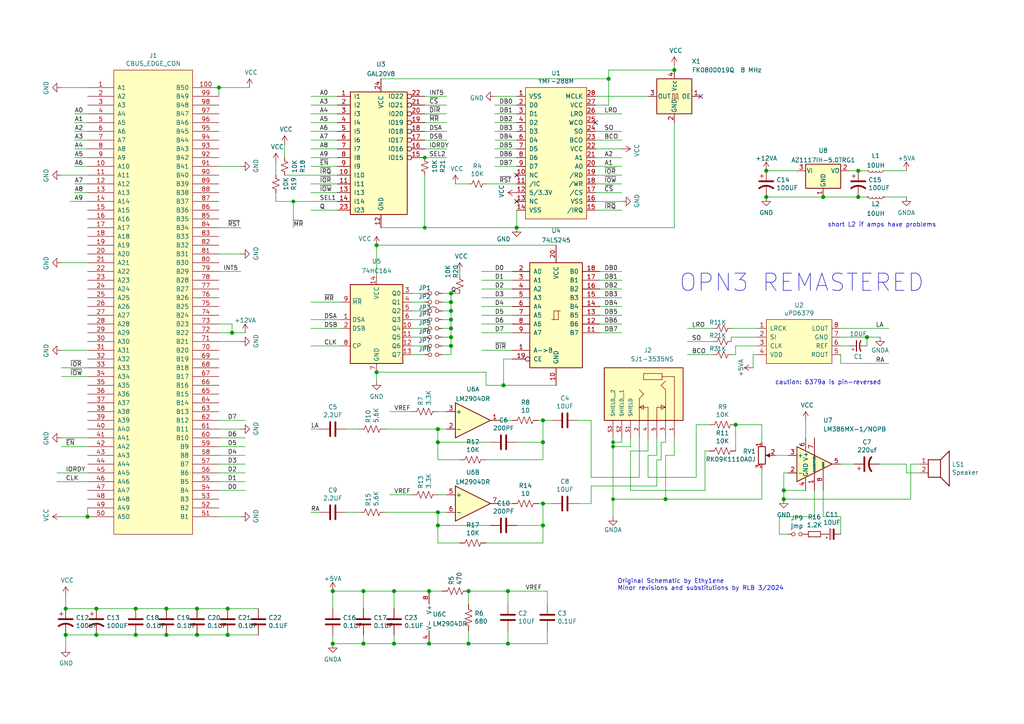
<source format=kicad_sch>
(kicad_sch (version 20230121) (generator eeschema)
  (paper "A4")
  (lib_symbols
    (symbol "74xx:74HC164"
      (property "Reference" "U" (at 1.905 -13.97 0))
      (property "Value" "74HC164" (at 1.905 -16.51 0))
      (symbol "74HC164_1_1"
        (pin input line (at -10.16 0 0) (length 2.54) (name "DSA") (number "1"))
        (pin output line (at 10.16 -2.54 180) (length 2.54) (name "Q4") (number "10"))
        (pin output line (at 10.16 -5.08 180) (length 2.54) (name "Q5") (number "11"))
        (pin output line (at 10.16 -7.62 180) (length 2.54) (name "Q6") (number "12"))
        (pin output line (at 10.16 -10.16 180) (length 2.54) (name "Q7") (number "13"))
        (pin power_in line (at 0 12.7 270) (length 2.54) (name "VCC") (number "14"))
        (pin input line (at -10.16 -2.54 0) (length 2.54) (name "DSB") (number "2"))
        (pin output line (at 10.16 7.62 180) (length 2.54) (name "Q0") (number "3"))
        (pin output line (at 10.16 5.08 180) (length 2.54) (name "Q1") (number "4"))
        (pin output line (at 10.16 2.54 180) (length 2.54) (name "Q2") (number "5"))
        (pin output line (at 10.16 0 180) (length 2.54) (name "Q3") (number "6"))
        (pin power_in line (at 0 -15.24 90) (length 2.54) (name "GND") (number "7"))
        (pin input line (at -10.16 -7.62 0) (length 2.54) (name "CP") (number "8"))
        (pin input line (at -10.16 5.08 0) (length 2.54) (name "~{MR}") (number "9"))
      )
    )
    (symbol "74xx:74LS245" (pin_names (offset 1.016))
      (property "Reference" "U" (at -7.62 16.51 0))
      (property "Value" "74LS245" (at -7.62 -16.51 0))
      (symbol "74LS245_1_0"
        (pin input line (at -12.7 -10.16 0) (length 5.08) (name "A->B") (number "1"))
        (pin power_in line (at 0 -20.32 90) (length 5.08) (name "GND") (number "10"))
        (pin tri_state line (at 12.7 -5.08 180) (length 5.08) (name "B7") (number "11"))
        (pin tri_state line (at 12.7 -2.54 180) (length 5.08) (name "B6") (number "12"))
        (pin tri_state line (at 12.7 0 180) (length 5.08) (name "B5") (number "13"))
        (pin tri_state line (at 12.7 2.54 180) (length 5.08) (name "B4") (number "14"))
        (pin tri_state line (at 12.7 5.08 180) (length 5.08) (name "B3") (number "15"))
        (pin tri_state line (at 12.7 7.62 180) (length 5.08) (name "B2") (number "16"))
        (pin tri_state line (at 12.7 10.16 180) (length 5.08) (name "B1") (number "17"))
        (pin tri_state line (at 12.7 12.7 180) (length 5.08) (name "B0") (number "18"))
        (pin input inverted (at -12.7 -12.7 0) (length 5.08) (name "CE") (number "19"))
        (pin tri_state line (at -12.7 12.7 0) (length 5.08) (name "A0") (number "2"))
        (pin power_in line (at 0 20.32 270) (length 5.08) (name "VCC") (number "20"))
        (pin tri_state line (at -12.7 10.16 0) (length 5.08) (name "A1") (number "3"))
        (pin tri_state line (at -12.7 7.62 0) (length 5.08) (name "A2") (number "4"))
        (pin tri_state line (at -12.7 5.08 0) (length 5.08) (name "A3") (number "5"))
        (pin tri_state line (at -12.7 2.54 0) (length 5.08) (name "A4") (number "6"))
        (pin tri_state line (at -12.7 0 0) (length 5.08) (name "A5") (number "7"))
        (pin tri_state line (at -12.7 -2.54 0) (length 5.08) (name "A6") (number "8"))
        (pin tri_state line (at -12.7 -5.08 0) (length 5.08) (name "A7") (number "9"))
      )
    )
    (symbol "Amplifier_Audio:LM386" (pin_names (offset 0.127))
      (property "Reference" "U" (at 1.27 7.62 0))
      (property "Value" "LM386" (at 1.27 5.08 0))
      (symbol "LM386_1_1"
        (pin input line (at 0 -7.62 90) (length 5.08) (name "GAIN") (number "1"))
        (pin input line (at -7.62 -2.54 0) (length 2.54) (name "-") (number "2"))
        (pin input line (at -7.62 2.54 0) (length 2.54) (name "+") (number "3"))
        (pin power_in line (at -2.54 -7.62 90) (length 3.81) (name "GND") (number "4"))
        (pin output line (at 7.62 0 180) (length 2.54) (name "~") (number "5"))
        (pin power_in line (at -2.54 7.62 270) (length 3.81) (name "V+") (number "6"))
        (pin input line (at 0 7.62 270) (length 5.08) (name "BYPASS") (number "7"))
        (pin input line (at 2.54 -7.62 90) (length 6.35) (name "GAIN") (number "8"))
      )
    )
    (symbol "Amplifier_Operational:LM2904" (pin_names (offset 0.127))
      (property "Reference" "U" (at 0 5.08 0))
      (property "Value" "LM2904" (at 0 -5.08 0))
      (symbol "LM2904_1_1"
        (pin output line (at 7.62 0 180) (length 2.54) (name "~") (number "1"))
        (pin input line (at -7.62 -2.54 0) (length 2.54) (name "-") (number "2"))
        (pin input line (at -7.62 2.54 0) (length 2.54) (name "+") (number "3"))
      )
      (symbol "LM2904_2_1"
        (pin input line (at -7.62 2.54 0) (length 2.54) (name "+") (number "5"))
        (pin input line (at -7.62 -2.54 0) (length 2.54) (name "-") (number "6"))
        (pin output line (at 7.62 0 180) (length 2.54) (name "~") (number "7"))
      )
      (symbol "LM2904_3_1"
        (pin power_in line (at -2.54 -7.62 90) (length 3.81) (name "V-") (number "4"))
        (pin power_in line (at -2.54 7.62 270) (length 3.81) (name "V+") (number "8"))
      )
    )
    (symbol "Device:C" (pin_numbers hide) (pin_names (offset 0.254))
      (property "Reference" "C" (at 0.635 2.54 0))
      (property "Value" "C" (at 0.635 -2.54 0))
      (symbol "C_1_1"
        (pin passive line (at 0 3.81 270) (length 2.794) (name "~") (number "1"))
        (pin passive line (at 0 -3.81 90) (length 2.794) (name "~") (number "2"))
      )
    )
    (symbol "Device:CP1" (pin_numbers hide) (pin_names (offset 0.254) hide)
      (property "Reference" "C" (at 0.635 2.54 0))
      (property "Value" "CP1" (at 0.635 -2.54 0))
      (symbol "CP1_1_1"
        (pin passive line (at 0 3.81 270) (length 2.794) (name "~") (number "1"))
        (pin passive line (at 0 -3.81 90) (length 3.302) (name "~") (number "2"))
      )
    )
    (symbol "Device:CP1_Small" (pin_numbers hide) (pin_names (offset 0.254) hide)
      (property "Reference" "C" (at 0.254 1.778 0))
      (property "Value" "CP1_Small" (at 0.254 -2.032 0))
      (symbol "CP1_Small_1_1"
        (pin passive line (at 0 2.54 270) (length 2.032) (name "~") (number "1"))
        (pin passive line (at 0 -2.54 90) (length 2.032) (name "~") (number "2"))
      )
    )
    (symbol "Device:CP_Small" (pin_numbers hide) (pin_names (offset 0.254) hide)
      (property "Reference" "C" (at 0.254 1.778 0))
      (property "Value" "CP_Small" (at 0.254 -2.032 0))
      (symbol "CP_Small_1_1"
        (pin passive line (at 0 2.54 270) (length 1.8542) (name "~") (number "1"))
        (pin passive line (at 0 -2.54 90) (length 1.8542) (name "~") (number "2"))
      )
    )
    (symbol "Device:Jumper_NC_Small" (pin_numbers hide) (pin_names (offset 0.762) hide)
      (property "Reference" "JP" (at 0 2.032 0))
      (property "Value" "Jumper_NC_Small" (at 0.254 -1.524 0))
      (symbol "Jumper_NC_Small_0_1"
        (pin passive line (at -2.54 0 0) (length 1.016) (name "1") (number "1"))
        (pin passive line (at 2.54 0 180) (length 1.016) (name "2") (number "2"))
      )
    )
    (symbol "Device:Jumper_NO_Small" (pin_numbers hide) (pin_names (offset 0.762) hide)
      (property "Reference" "JP" (at 0 2.032 0))
      (property "Value" "Jumper_NO_Small" (at 0.254 -1.524 0))
      (symbol "Jumper_NO_Small_0_1"
        (pin passive line (at -2.54 0 0) (length 1.016) (name "1") (number "1"))
        (pin passive line (at 2.54 0 180) (length 1.016) (name "2") (number "2"))
      )
    )
    (symbol "Device:L_Small" (pin_numbers hide) (pin_names (offset 0.254) hide)
      (property "Reference" "L" (at 0.762 1.016 0))
      (property "Value" "L_Small" (at 0.762 -1.016 0))
      (symbol "L_Small_1_1"
        (pin passive line (at 0 2.54 270) (length 0.508) (name "~") (number "1"))
        (pin passive line (at 0 -2.54 90) (length 0.508) (name "~") (number "2"))
      )
    )
    (symbol "Device:R_POT" (pin_names (offset 1.016) hide)
      (property "Reference" "RV" (at -4.445 0 90))
      (property "Value" "R_POT" (at -2.54 0 90))
      (symbol "R_POT_1_1"
        (pin passive line (at 0 3.81 270) (length 1.27) (name "1") (number "1"))
        (pin passive line (at 3.81 0 180) (length 1.27) (name "2") (number "2"))
        (pin passive line (at 0 -3.81 90) (length 1.27) (name "3") (number "3"))
      )
    )
    (symbol "Device:R_Small" (pin_numbers hide) (pin_names (offset 0.254) hide)
      (property "Reference" "R" (at 0.762 0.508 0))
      (property "Value" "R_Small" (at 0.762 -1.016 0))
      (symbol "R_Small_1_1"
        (pin passive line (at 0 2.54 270) (length 0.762) (name "~") (number "1"))
        (pin passive line (at 0 -2.54 90) (length 0.762) (name "~") (number "2"))
      )
    )
    (symbol "Device:R_Small_US" (pin_numbers hide) (pin_names (offset 0.254) hide)
      (property "Reference" "R" (at 0.762 0.508 0))
      (property "Value" "R_Small_US" (at 0.762 -1.016 0))
      (symbol "R_Small_US_1_1"
        (pin passive line (at 0 2.54 270) (length 1.016) (name "~") (number "1"))
        (pin passive line (at 0 -2.54 90) (length 1.016) (name "~") (number "2"))
      )
    )
    (symbol "Device:R_US" (pin_numbers hide) (pin_names (offset 0))
      (property "Reference" "R" (at 2.54 0 90))
      (property "Value" "R_US" (at -2.54 0 90))
      (symbol "R_US_1_1"
        (pin passive line (at 0 3.81 270) (length 1.27) (name "~") (number "1"))
        (pin passive line (at 0 -3.81 90) (length 1.27) (name "~") (number "2"))
      )
    )
    (symbol "Device:Speaker" (pin_names (offset 0) hide)
      (property "Reference" "LS" (at 1.27 5.715 0))
      (property "Value" "Speaker" (at 1.27 3.81 0))
      (symbol "Speaker_1_1"
        (pin input line (at -5.08 0 0) (length 2.54) (name "1") (number "1"))
        (pin input line (at -5.08 -2.54 0) (length 2.54) (name "2") (number "2"))
      )
    )
    (symbol "Logic_Programmable:PAL20L8" (pin_names (offset 1.016))
      (property "Reference" "U" (at -8.89 21.59 0))
      (property "Value" "PAL20L8" (at 1.27 21.59 0))
      (symbol "PAL20L8_0_0"
        (pin power_in line (at 0 -20.32 90) (length 3.81) (name "GND") (number "12"))
        (pin power_in line (at 0 22.86 270) (length 3.81) (name "VCC") (number "24"))
      )
      (symbol "PAL20L8_1_1"
        (pin input line (at -12.7 17.78 0) (length 3.81) (name "I1") (number "1"))
        (pin input line (at -12.7 -5.08 0) (length 3.81) (name "I10") (number "10"))
        (pin input line (at -12.7 -7.62 0) (length 3.81) (name "I11") (number "11"))
        (pin input line (at -12.7 -10.16 0) (length 3.81) (name "I13") (number "13"))
        (pin input line (at -12.7 -12.7 0) (length 3.81) (name "I14") (number "14"))
        (pin tri_state inverted (at 12.7 0 180) (length 5.08) (name "IO15") (number "15"))
        (pin tri_state inverted (at 12.7 2.54 180) (length 5.08) (name "IO16") (number "16"))
        (pin tri_state inverted (at 12.7 5.08 180) (length 5.08) (name "IO17") (number "17"))
        (pin tri_state inverted (at 12.7 7.62 180) (length 5.08) (name "IO18") (number "18"))
        (pin tri_state inverted (at 12.7 10.16 180) (length 5.08) (name "IO19") (number "19"))
        (pin input line (at -12.7 15.24 0) (length 3.81) (name "I2") (number "2"))
        (pin tri_state inverted (at 12.7 12.7 180) (length 5.08) (name "I020") (number "20"))
        (pin tri_state inverted (at 12.7 15.24 180) (length 5.08) (name "IO21") (number "21"))
        (pin tri_state inverted (at 12.7 17.78 180) (length 5.08) (name "IO22") (number "22"))
        (pin input line (at -12.7 -15.24 0) (length 3.81) (name "I23") (number "23"))
        (pin input line (at -12.7 12.7 0) (length 3.81) (name "I3") (number "3"))
        (pin input line (at -12.7 10.16 0) (length 3.81) (name "I4") (number "4"))
        (pin input line (at -12.7 7.62 0) (length 3.81) (name "I5") (number "5"))
        (pin input line (at -12.7 5.08 0) (length 3.81) (name "I6") (number "6"))
        (pin input line (at -12.7 2.54 0) (length 3.81) (name "I7") (number "7"))
        (pin input line (at -12.7 0 0) (length 3.81) (name "I8") (number "8"))
        (pin input line (at -12.7 -2.54 0) (length 3.81) (name "I9") (number "9"))
      )
    )
    (symbol "Oscillator:SG-8002CA" (pin_names (offset 0.254))
      (property "Reference" "X" (at -5.08 6.35 0))
      (property "Value" "SG-8002CA" (at 1.27 -6.35 0))
      (symbol "SG-8002CA_1_1"
        (pin input line (at -7.62 0 0) (length 2.54) (name "OE") (number "1"))
        (pin power_in line (at 0 -7.62 90) (length 2.54) (name "GND") (number "2"))
        (pin output line (at 7.62 0 180) (length 2.54) (name "OUT") (number "3"))
        (pin power_in line (at 0 7.62 270) (length 2.54) (name "Vcc") (number "4"))
      )
    )
    (symbol "Regulator_Linear:AMS1117CD-1.5" (pin_names (offset 0.254))
      (property "Reference" "U" (at -3.81 3.175 0))
      (property "Value" "AMS1117CD-1.5" (at 0 3.175 0))
      (symbol "AMS1117CD-1.5_1_1"
        (pin power_in line (at 0 -7.62 90) (length 2.54) (name "GND") (number "1"))
        (pin power_out line (at 7.62 0 180) (length 2.54) (name "VO") (number "2"))
        (pin power_in line (at -7.62 0 0) (length 2.54) (name "VI") (number "3"))
      )
    )
    (symbol "SJ1-3535NS:SJ1-3535NS" (pin_names (offset 1.016))
      (property "Reference" "J" (at -7.62 10.9474 0))
      (property "Value" "SJ1-3535NS" (at -7.62 -16.0274 0))
      (symbol "SJ1-3535NS_0_0"
        (pin passive line (at 12.7 7.62 180) (length 5.08) (name "~") (number "1"))
        (pin passive line (at 12.7 -2.54 180) (length 5.08) (name "~") (number "2"))
        (pin passive line (at 12.7 5.08 180) (length 5.08) (name "~") (number "3"))
        (pin passive line (at 12.7 0 180) (length 5.08) (name "~") (number "4"))
        (pin passive line (at 12.7 2.54 180) (length 5.08) (name "~") (number "5"))
        (pin passive line (at 12.7 -5.08 180) (length 5.08) (name "SHIELD") (number "S1"))
        (pin passive line (at 12.7 -7.62 180) (length 5.08) (name "SHIELD__1") (number "S2"))
        (pin passive line (at 12.7 -10.16 180) (length 5.08) (name "SHIELD__2") (number "S3"))
      )
    )
    (symbol "cbus_288m-rescue:CBUS_EDGE_CON-Audio" (pin_names (offset 1.016))
      (property "Reference" "J" (at 0 -2.54 0))
      (property "Value" "CBUS_EDGE_CON-Audio" (at 0 2.54 0))
      (symbol "CBUS_EDGE_CON-Audio_1_1"
        (pin unspecified line (at -19.05 62.23 0) (length 7.62) (name "A1") (number "1"))
        (pin unspecified line (at -19.05 39.37 0) (length 7.62) (name "A10") (number "10"))
        (pin unspecified line (at 19.05 62.23 180) (length 7.62) (name "B50") (number "100"))
        (pin unspecified line (at -19.05 36.83 0) (length 7.62) (name "A11") (number "11"))
        (pin unspecified line (at -19.05 34.29 0) (length 7.62) (name "A12") (number "12"))
        (pin unspecified line (at -19.05 31.75 0) (length 7.62) (name "A13") (number "13"))
        (pin unspecified line (at -19.05 29.21 0) (length 7.62) (name "A14") (number "14"))
        (pin unspecified line (at -19.05 26.67 0) (length 7.62) (name "A15") (number "15"))
        (pin unspecified line (at -19.05 24.13 0) (length 7.62) (name "A16") (number "16"))
        (pin unspecified line (at -19.05 21.59 0) (length 7.62) (name "A17") (number "17"))
        (pin unspecified line (at -19.05 19.05 0) (length 7.62) (name "A18") (number "18"))
        (pin unspecified line (at -19.05 16.51 0) (length 7.62) (name "A19") (number "19"))
        (pin unspecified line (at -19.05 59.69 0) (length 7.62) (name "A2") (number "2"))
        (pin unspecified line (at -19.05 13.97 0) (length 7.62) (name "A20") (number "20"))
        (pin unspecified line (at -19.05 11.43 0) (length 7.62) (name "A21") (number "21"))
        (pin unspecified line (at -19.05 8.89 0) (length 7.62) (name "A22") (number "22"))
        (pin unspecified line (at -19.05 6.35 0) (length 7.62) (name "A23") (number "23"))
        (pin unspecified line (at -19.05 3.81 0) (length 7.62) (name "A24") (number "24"))
        (pin unspecified line (at -19.05 1.27 0) (length 7.62) (name "A25") (number "25"))
        (pin unspecified line (at -19.05 -1.27 0) (length 7.62) (name "A26") (number "26"))
        (pin unspecified line (at -19.05 -3.81 0) (length 7.62) (name "A27") (number "27"))
        (pin unspecified line (at -19.05 -6.35 0) (length 7.62) (name "A28") (number "28"))
        (pin unspecified line (at -19.05 -8.89 0) (length 7.62) (name "A29") (number "29"))
        (pin unspecified line (at -19.05 57.15 0) (length 7.62) (name "A3") (number "3"))
        (pin unspecified line (at -19.05 -11.43 0) (length 7.62) (name "A30") (number "30"))
        (pin unspecified line (at -19.05 -13.97 0) (length 7.62) (name "A31") (number "31"))
        (pin unspecified line (at -19.05 -16.51 0) (length 7.62) (name "A32") (number "32"))
        (pin unspecified line (at -19.05 -19.05 0) (length 7.62) (name "A33") (number "33"))
        (pin unspecified line (at -19.05 -21.59 0) (length 7.62) (name "A34") (number "34"))
        (pin unspecified line (at -19.05 -24.13 0) (length 7.62) (name "A35") (number "35"))
        (pin unspecified line (at -19.05 -26.67 0) (length 7.62) (name "A36") (number "36"))
        (pin unspecified line (at -19.05 -29.21 0) (length 7.62) (name "A37") (number "37"))
        (pin unspecified line (at -19.05 -31.75 0) (length 7.62) (name "A38") (number "38"))
        (pin unspecified line (at -19.05 -34.29 0) (length 7.62) (name "A39") (number "39"))
        (pin unspecified line (at -19.05 54.61 0) (length 7.62) (name "A4") (number "4"))
        (pin unspecified line (at -19.05 -36.83 0) (length 7.62) (name "A40") (number "40"))
        (pin unspecified line (at -19.05 -39.37 0) (length 7.62) (name "A41") (number "41"))
        (pin unspecified line (at -19.05 -41.91 0) (length 7.62) (name "A42") (number "42"))
        (pin unspecified line (at -19.05 -44.45 0) (length 7.62) (name "A43") (number "43"))
        (pin unspecified line (at -19.05 -46.99 0) (length 7.62) (name "A44") (number "44"))
        (pin unspecified line (at -19.05 -49.53 0) (length 7.62) (name "A45") (number "45"))
        (pin unspecified line (at -19.05 -52.07 0) (length 7.62) (name "A46") (number "46"))
        (pin unspecified line (at -19.05 -54.61 0) (length 7.62) (name "A47") (number "47"))
        (pin unspecified line (at -19.05 -57.15 0) (length 7.62) (name "A48") (number "48"))
        (pin unspecified line (at -19.05 -59.69 0) (length 7.62) (name "A49") (number "49"))
        (pin unspecified line (at -19.05 52.07 0) (length 7.62) (name "A5") (number "5"))
        (pin unspecified line (at -19.05 -62.23 0) (length 7.62) (name "A50") (number "50"))
        (pin unspecified line (at 19.05 -62.23 180) (length 7.62) (name "B1") (number "51"))
        (pin unspecified line (at 19.05 -59.69 180) (length 7.62) (name "B2") (number "52"))
        (pin unspecified line (at 19.05 -57.15 180) (length 7.62) (name "B3") (number "53"))
        (pin unspecified line (at 19.05 -54.61 180) (length 7.62) (name "B4") (number "54"))
        (pin unspecified line (at 19.05 -52.07 180) (length 7.62) (name "B5") (number "55"))
        (pin unspecified line (at 19.05 -49.53 180) (length 7.62) (name "B6") (number "56"))
        (pin unspecified line (at 19.05 -46.99 180) (length 7.62) (name "B7") (number "57"))
        (pin unspecified line (at 19.05 -44.45 180) (length 7.62) (name "B8") (number "58"))
        (pin unspecified line (at 19.05 -41.91 180) (length 7.62) (name "B9") (number "59"))
        (pin unspecified line (at -19.05 49.53 0) (length 7.62) (name "A6") (number "6"))
        (pin unspecified line (at 19.05 -39.37 180) (length 7.62) (name "B10") (number "60"))
        (pin unspecified line (at 19.05 -36.83 180) (length 7.62) (name "B11") (number "61"))
        (pin unspecified line (at 19.05 -34.29 180) (length 7.62) (name "B12") (number "62"))
        (pin unspecified line (at 19.05 -31.75 180) (length 7.62) (name "B13") (number "63"))
        (pin unspecified line (at 19.05 -29.21 180) (length 7.62) (name "B14") (number "64"))
        (pin unspecified line (at 19.05 -26.67 180) (length 7.62) (name "B15") (number "65"))
        (pin unspecified line (at 19.05 -24.13 180) (length 7.62) (name "B16") (number "66"))
        (pin unspecified line (at 19.05 -21.59 180) (length 7.62) (name "B17") (number "67"))
        (pin unspecified line (at 19.05 -19.05 180) (length 7.62) (name "B18") (number "68"))
        (pin unspecified line (at 19.05 -16.51 180) (length 7.62) (name "B19") (number "69"))
        (pin unspecified line (at -19.05 46.99 0) (length 7.62) (name "A7") (number "7"))
        (pin unspecified line (at 19.05 -13.97 180) (length 7.62) (name "B20") (number "70"))
        (pin unspecified line (at 19.05 -11.43 180) (length 7.62) (name "B21") (number "71"))
        (pin unspecified line (at 19.05 -8.89 180) (length 7.62) (name "B22") (number "72"))
        (pin unspecified line (at 19.05 -6.35 180) (length 7.62) (name "B23") (number "73"))
        (pin unspecified line (at 19.05 -3.81 180) (length 7.62) (name "B24") (number "74"))
        (pin unspecified line (at 19.05 -1.27 180) (length 7.62) (name "B25") (number "75"))
        (pin unspecified line (at 19.05 1.27 180) (length 7.62) (name "B26") (number "76"))
        (pin unspecified line (at 19.05 3.81 180) (length 7.62) (name "B27") (number "77"))
        (pin unspecified line (at 19.05 6.35 180) (length 7.62) (name "B28") (number "78"))
        (pin unspecified line (at 19.05 8.89 180) (length 7.62) (name "B29") (number "79"))
        (pin unspecified line (at -19.05 44.45 0) (length 7.62) (name "A8") (number "8"))
        (pin unspecified line (at 19.05 11.43 180) (length 7.62) (name "B30") (number "80"))
        (pin unspecified line (at 19.05 13.97 180) (length 7.62) (name "B31") (number "81"))
        (pin unspecified line (at 19.05 16.51 180) (length 7.62) (name "B32") (number "82"))
        (pin unspecified line (at 19.05 19.05 180) (length 7.62) (name "B33") (number "83"))
        (pin unspecified line (at 19.05 21.59 180) (length 7.62) (name "B34") (number "84"))
        (pin unspecified line (at 19.05 24.13 180) (length 7.62) (name "B35") (number "85"))
        (pin unspecified line (at 19.05 26.67 180) (length 7.62) (name "B36") (number "86"))
        (pin unspecified line (at 19.05 29.21 180) (length 7.62) (name "B37") (number "87"))
        (pin unspecified line (at 19.05 31.75 180) (length 7.62) (name "B38") (number "88"))
        (pin unspecified line (at 19.05 34.29 180) (length 7.62) (name "B39") (number "89"))
        (pin unspecified line (at -19.05 41.91 0) (length 7.62) (name "A9") (number "9"))
        (pin unspecified line (at 19.05 36.83 180) (length 7.62) (name "B40") (number "90"))
        (pin unspecified line (at 19.05 39.37 180) (length 7.62) (name "B41") (number "91"))
        (pin unspecified line (at 19.05 41.91 180) (length 7.62) (name "B42") (number "92"))
        (pin unspecified line (at 19.05 44.45 180) (length 7.62) (name "B43") (number "93"))
        (pin unspecified line (at 19.05 46.99 180) (length 7.62) (name "B44") (number "94"))
        (pin unspecified line (at 19.05 49.53 180) (length 7.62) (name "B45") (number "95"))
        (pin unspecified line (at 19.05 52.07 180) (length 7.62) (name "B46") (number "96"))
        (pin unspecified line (at 19.05 54.61 180) (length 7.62) (name "B47") (number "97"))
        (pin unspecified line (at 19.05 57.15 180) (length 7.62) (name "B48") (number "98"))
        (pin unspecified line (at 19.05 59.69 180) (length 7.62) (name "B49") (number "99"))
      )
    )
    (symbol "cbus_288m-rescue:YMF-288M-Audio" (pin_names (offset 1.016))
      (property "Reference" "U" (at 11.43 0 0))
      (property "Value" "YMF-288M-Audio" (at 0 0 0))
      (symbol "YMF-288M-Audio_1_1"
        (pin passive line (at -7.62 -5.08 0) (length 2.54) (name "VSS") (number "1"))
        (pin no_connect line (at -7.62 -27.94 0) (length 2.54) (name "NC") (number "10"))
        (pin input line (at -7.62 -30.48 0) (length 2.54) (name "/IC") (number "11"))
        (pin input line (at -7.62 -33.02 0) (length 2.54) (name "5/3.3V") (number "12"))
        (pin no_connect line (at -7.62 -35.56 0) (length 2.54) (name "NC") (number "13"))
        (pin passive line (at -7.62 -38.1 0) (length 2.54) (name "VSS") (number "14"))
        (pin output line (at 15.24 -38.1 180) (length 2.54) (name "/IRQ") (number "15"))
        (pin passive line (at 15.24 -35.56 180) (length 2.54) (name "VSS") (number "16"))
        (pin input line (at 15.24 -33.02 180) (length 2.54) (name "/CS") (number "17"))
        (pin input line (at 15.24 -30.48 180) (length 2.54) (name "/WR") (number "18"))
        (pin input line (at 15.24 -27.94 180) (length 2.54) (name "/RD") (number "19"))
        (pin bidirectional line (at -7.62 -7.62 0) (length 2.54) (name "D0") (number "2"))
        (pin input line (at 15.24 -25.4 180) (length 2.54) (name "A0") (number "20"))
        (pin input line (at 15.24 -22.86 180) (length 2.54) (name "A1") (number "21"))
        (pin power_in line (at 15.24 -20.32 180) (length 2.54) (name "VCC") (number "22"))
        (pin output line (at 15.24 -17.78 180) (length 2.54) (name "BCO") (number "23"))
        (pin output line (at 15.24 -15.24 180) (length 2.54) (name "SO") (number "24"))
        (pin output line (at 15.24 -12.7 180) (length 2.54) (name "WCO") (number "25"))
        (pin output line (at 15.24 -10.16 180) (length 2.54) (name "LRO") (number "26"))
        (pin power_in line (at 15.24 -7.62 180) (length 2.54) (name "VCC") (number "27"))
        (pin input line (at 15.24 -5.08 180) (length 2.54) (name "MCLK") (number "28"))
        (pin bidirectional line (at -7.62 -10.16 0) (length 2.54) (name "D1") (number "3"))
        (pin bidirectional line (at -7.62 -12.7 0) (length 2.54) (name "D2") (number "4"))
        (pin bidirectional line (at -7.62 -15.24 0) (length 2.54) (name "D3") (number "5"))
        (pin bidirectional line (at -7.62 -17.78 0) (length 2.54) (name "D4") (number "6"))
        (pin bidirectional line (at -7.62 -20.32 0) (length 2.54) (name "D5") (number "7"))
        (pin bidirectional line (at -7.62 -22.86 0) (length 2.54) (name "D6") (number "8"))
        (pin bidirectional line (at -7.62 -25.4 0) (length 2.54) (name "D7") (number "9"))
      )
    )
    (symbol "cbus_288m-rescue:uPD6379-Analog_DAC" (pin_names (offset 1.016))
      (property "Reference" "U" (at 8.89 0 0))
      (property "Value" "uPD6379-Analog_DAC" (at -5.08 0 0))
      (symbol "uPD6379-Analog_DAC_1_1"
        (pin input line (at -11.43 -3.81 0) (length 2.54) (name "LRCK") (number "1"))
        (pin input line (at -11.43 -6.35 0) (length 2.54) (name "SI") (number "2"))
        (pin input line (at -11.43 -8.89 0) (length 2.54) (name "CLK") (number "3"))
        (pin power_in line (at -11.43 -11.43 0) (length 2.54) (name "VDD") (number "4"))
        (pin output line (at 12.7 -11.43 180) (length 2.54) (name "ROUT") (number "5"))
        (pin input line (at 12.7 -8.89 180) (length 2.54) (name "REF") (number "6"))
        (pin passive line (at 12.7 -6.35 180) (length 2.54) (name "GND") (number "7"))
        (pin output line (at 12.7 -3.81 180) (length 2.54) (name "LOUT") (number "8"))
      )
    )
    (symbol "power:+12VA" (power) (pin_names (offset 0))
      (property "Value" "+12VA" (at 0 3.556 0))
      (symbol "+12VA_1_1"
        (pin power_in line (at 0 0 90) (length 0) hide (name "+12VA") (number "1"))
      )
    )
    (symbol "power:+5VA" (power) (pin_names (offset 0))
      (property "Value" "+5VA" (at 0 3.556 0))
      (symbol "+5VA_1_1"
        (pin power_in line (at 0 0 90) (length 0) hide (name "+5VA") (number "1"))
      )
    )
    (symbol "power:GND" (power) (pin_names (offset 0))
      (property "Value" "GND" (at 0 -3.81 0))
      (symbol "GND_1_1"
        (pin power_in line (at 0 0 270) (length 0) hide (name "GND") (number "1"))
      )
    )
    (symbol "power:GNDA" (power) (pin_names (offset 0))
      (property "Value" "GNDA" (at 0 -3.81 0))
      (symbol "GNDA_1_1"
        (pin power_in line (at 0 0 270) (length 0) hide (name "GNDA") (number "1"))
      )
    )
    (symbol "power:VCC" (power) (pin_names (offset 0))
      (property "Value" "VCC" (at 0 3.81 0))
      (symbol "VCC_1_1"
        (pin power_in line (at 0 0 90) (length 0) hide (name "VCC") (number "1"))
      )
    )
  )
  (junction (at 176.53 22.86) (diameter 1.016))
  (junction (at 127 152.4) (diameter 1.016))
  (junction (at 27.94 176.53) (diameter 1.016))
  (junction (at 248.92 49.53) (diameter 1.016))
  (junction (at 105.41 171.45) (diameter 1.016))
  (junction (at 157.48 121.92) (diameter 1.016))
  (junction (at 127 124.46) (diameter 1.016))
  (junction (at 147.32 186.69) (diameter 1.016))
  (junction (at 57.15 184.15) (diameter 1.016))
  (junction (at 130.81 97.79) (diameter 1.016))
  (junction (at 127 148.59) (diameter 1.016))
  (junction (at 57.15 176.53) (diameter 1.016))
  (junction (at 146.05 111.76) (diameter 1.016))
  (junction (at 19.05 184.15) (diameter 1.016))
  (junction (at 135.89 186.69) (diameter 1.016))
  (junction (at 177.8 129.54))
  (junction (at 177.8 128.27))
  (junction (at 114.3 186.69) (diameter 1.016))
  (junction (at 238.76 57.15) (diameter 1.016))
  (junction (at 130.81 90.17) (diameter 1.016))
  (junction (at 222.25 49.53) (diameter 1.016))
  (junction (at 130.81 95.25) (diameter 1.016))
  (junction (at 105.41 186.69) (diameter 1.016))
  (junction (at 222.25 57.15) (diameter 1.016))
  (junction (at 114.3 171.45) (diameter 1.016))
  (junction (at 157.48 152.4) (diameter 1.016))
  (junction (at 124.46 171.45) (diameter 1.016))
  (junction (at 195.58 20.32) (diameter 1.016))
  (junction (at 251.46 97.79) (diameter 1.016))
  (junction (at 157.48 128.27) (diameter 1.016))
  (junction (at 96.52 171.45) (diameter 1.016))
  (junction (at 227.33 144.78) (diameter 1.016))
  (junction (at 147.32 171.45) (diameter 1.016))
  (junction (at 109.22 71.12) (diameter 1.016))
  (junction (at 248.92 57.15) (diameter 1.016))
  (junction (at 25.4 149.86) (diameter 1.016))
  (junction (at 85.09 58.42))
  (junction (at 227.33 142.24) (diameter 1.016))
  (junction (at 130.81 87.63) (diameter 1.016))
  (junction (at 27.94 184.15) (diameter 1.016))
  (junction (at 130.81 100.33) (diameter 1.016))
  (junction (at 109.22 107.95) (diameter 1.016))
  (junction (at 130.81 85.09) (diameter 1.016))
  (junction (at 127 128.27) (diameter 1.016))
  (junction (at 66.04 176.53) (diameter 1.016))
  (junction (at 19.05 176.53) (diameter 1.016))
  (junction (at 48.26 176.53) (diameter 1.016))
  (junction (at 66.04 184.15) (diameter 1.016))
  (junction (at 130.81 92.71) (diameter 1.016))
  (junction (at 96.52 186.69) (diameter 1.016))
  (junction (at 177.8 144.78))
  (junction (at 39.37 176.53) (diameter 1.016))
  (junction (at 48.26 184.15) (diameter 1.016))
  (junction (at 124.46 186.69) (diameter 1.016))
  (junction (at 213.36 123.19) (diameter 1.016))
  (junction (at 157.48 146.05) (diameter 1.016))
  (junction (at 123.19 45.72))
  (junction (at 193.04 144.78) (diameter 1.016))
  (junction (at 135.89 171.45) (diameter 1.016))
  (junction (at 39.37 184.15) (diameter 1.016))
  (junction (at 123.19 66.04))
  (junction (at 149.86 66.04) (diameter 1.016))
  (junction (at 63.5 25.4) (diameter 1.016))
  (junction (at 67.31 96.52) (diameter 1.016))
  (no_connect (at 149.86 50.8))
  (no_connect (at 149.86 58.42))
  (no_connect (at 172.72 35.56))
  (no_connect (at 203.2 27.94))
  (wire (pts (xy 128.27 85.09) (xy 130.81 85.09)))
  (wire (pts (xy 243.84 154.94) (xy 243.84 149.86)))
  (wire (pts (xy 255.27 134.62) (xy 262.89 134.62)))
  (wire (pts (xy 171.45 140.97) (xy 190.5 140.97)))
  (wire (pts (xy 105.41 184.15) (xy 105.41 186.69)))
  (wire (pts (xy 182.88 130.81) (xy 187.96 130.81)))
  (wire (pts (xy 124.46 186.69) (xy 135.89 186.69)))
  (wire (pts (xy 195.58 19.05) (xy 195.58 20.32)))
  (wire (pts (xy 238.76 57.15) (xy 248.92 57.15)))
  (wire (pts (xy 248.92 57.15) (xy 251.46 57.15)))
  (wire (pts (xy 21.59 45.72) (xy 25.4 45.72)))
  (wire (pts (xy 92.71 148.59) (xy 90.17 148.59)))
  (wire (pts (xy 123.19 66.04) (xy 149.86 66.04)))
  (wire (pts (xy 63.5 93.98) (xy 67.31 93.98)))
  (wire (pts (xy 67.31 93.98) (xy 67.31 96.52)))
  (wire (pts (xy 128.27 90.17) (xy 130.81 90.17)))
  (wire (pts (xy 180.34 128.27) (xy 177.8 128.27)))
  (wire (pts (xy 173.99 81.28) (xy 180.34 81.28)))
  (wire (pts (xy 246.38 49.53) (xy 248.92 49.53)))
  (wire (pts (xy 248.92 49.53) (xy 251.46 49.53)))
  (wire (pts (xy 201.93 123.19) (xy 205.74 123.19)))
  (wire (pts (xy 143.51 43.18) (xy 149.86 43.18)))
  (wire (pts (xy 172.72 50.8) (xy 180.34 50.8)))
  (wire (pts (xy 212.09 97.79) (xy 219.71 97.79)))
  (wire (pts (xy 172.72 43.18) (xy 180.34 43.18)))
  (wire (pts (xy 111.76 124.46) (xy 127 124.46)))
  (wire (pts (xy 127 124.46) (xy 127 128.27)))
  (wire (pts (xy 17.78 109.22) (xy 25.4 109.22)))
  (wire (pts (xy 251.46 97.79) (xy 255.27 97.79)))
  (wire (pts (xy 128.27 102.87) (xy 130.81 102.87)))
  (wire (pts (xy 139.7 83.82) (xy 148.59 83.82)))
  (wire (pts (xy 21.59 55.88) (xy 25.4 55.88)))
  (wire (pts (xy 193.04 132.08) (xy 193.04 144.78)))
  (wire (pts (xy 128.27 97.79) (xy 130.81 97.79)))
  (wire (pts (xy 71.12 139.7) (xy 63.5 139.7)))
  (wire (pts (xy 177.8 129.54) (xy 182.88 129.54)))
  (wire (pts (xy 182.88 142.24) (xy 204.47 142.24)))
  (wire (pts (xy 236.22 142.24) (xy 236.22 149.86)))
  (wire (pts (xy 69.85 78.74) (xy 63.5 78.74)))
  (wire (pts (xy 130.81 100.33) (xy 130.81 97.79)))
  (wire (pts (xy 129.54 119.38) (xy 127 119.38)))
  (wire (pts (xy 139.7 91.44) (xy 148.59 91.44)))
  (wire (pts (xy 195.58 132.08) (xy 195.58 127)))
  (wire (pts (xy 139.7 93.98) (xy 148.59 93.98)))
  (wire (pts (xy 27.94 184.15) (xy 39.37 184.15)))
  (wire (pts (xy 39.37 184.15) (xy 48.26 184.15)))
  (wire (pts (xy 48.26 184.15) (xy 57.15 184.15)))
  (wire (pts (xy 57.15 184.15) (xy 66.04 184.15)))
  (wire (pts (xy 227.33 142.24) (xy 227.33 144.78)))
  (wire (pts (xy 185.42 127) (xy 185.42 138.43)))
  (wire (pts (xy 19.05 172.72) (xy 19.05 176.53)))
  (wire (pts (xy 17.78 50.8) (xy 25.4 50.8)))
  (wire (pts (xy 71.12 137.16) (xy 63.5 137.16)))
  (wire (pts (xy 187.96 130.81) (xy 187.96 127)))
  (wire (pts (xy 220.98 123.19) (xy 220.98 128.27)))
  (wire (pts (xy 127 148.59) (xy 129.54 148.59)))
  (wire (pts (xy 127 124.46) (xy 129.54 124.46)))
  (wire (pts (xy 236.22 149.86) (xy 226.06 149.86)))
  (wire (pts (xy 264.16 134.62) (xy 264.16 144.78)))
  (wire (pts (xy 187.96 132.08) (xy 190.5 132.08)))
  (wire (pts (xy 266.7 134.62) (xy 264.16 134.62)))
  (wire (pts (xy 144.78 121.92) (xy 148.59 121.92)))
  (wire (pts (xy 212.09 95.25) (xy 219.71 95.25)))
  (wire (pts (xy 233.68 142.24) (xy 227.33 142.24)))
  (wire (pts (xy 243.84 97.79) (xy 251.46 97.79)))
  (wire (pts (xy 182.88 127) (xy 182.88 129.54)))
  (wire (pts (xy 157.48 121.92) (xy 157.48 128.27)))
  (wire (pts (xy 176.53 20.32) (xy 195.58 20.32)))
  (wire (pts (xy 96.52 184.15) (xy 96.52 186.69)))
  (wire (pts (xy 96.52 186.69) (xy 105.41 186.69)))
  (wire (pts (xy 105.41 186.69) (xy 114.3 186.69)))
  (wire (pts (xy 114.3 186.69) (xy 124.46 186.69)))
  (wire (pts (xy 213.36 102.87) (xy 213.36 100.33)))
  (wire (pts (xy 119.38 87.63) (xy 123.19 87.63)))
  (wire (pts (xy 90.17 40.64) (xy 97.79 40.64)))
  (wire (pts (xy 227.33 137.16) (xy 227.33 142.24)))
  (wire (pts (xy 27.94 176.53) (xy 19.05 176.53)))
  (wire (pts (xy 157.48 146.05) (xy 160.02 146.05)))
  (wire (pts (xy 212.09 102.87) (xy 213.36 102.87)))
  (wire (pts (xy 190.5 132.08) (xy 190.5 127)))
  (wire (pts (xy 90.17 30.48) (xy 97.79 30.48)))
  (wire (pts (xy 176.53 20.32) (xy 176.53 22.86)))
  (wire (pts (xy 176.53 22.86) (xy 176.53 30.48)))
  (wire (pts (xy 191.77 128.27) (xy 193.04 128.27)))
  (wire (pts (xy 219.71 102.87) (xy 218.44 102.87)))
  (wire (pts (xy 127 128.27) (xy 127 133.35)))
  (wire (pts (xy 90.17 53.34) (xy 97.79 53.34)))
  (wire (pts (xy 17.78 101.6) (xy 25.4 101.6)))
  (wire (pts (xy 119.38 102.87) (xy 123.19 102.87)))
  (wire (pts (xy 139.7 88.9) (xy 148.59 88.9)))
  (wire (pts (xy 156.21 121.92) (xy 157.48 121.92)))
  (wire (pts (xy 143.51 33.02) (xy 149.86 33.02)))
  (wire (pts (xy 157.48 133.35) (xy 140.97 133.35)))
  (wire (pts (xy 135.89 53.34) (xy 132.08 53.34)))
  (wire (pts (xy 128.27 171.45) (xy 124.46 171.45)))
  (wire (pts (xy 135.89 171.45) (xy 147.32 171.45)))
  (wire (pts (xy 105.41 171.45) (xy 105.41 176.53)))
  (wire (pts (xy 71.12 142.24) (xy 63.5 142.24)))
  (wire (pts (xy 201.93 123.19) (xy 201.93 138.43)))
  (wire (pts (xy 80.01 58.42) (xy 85.09 58.42)))
  (wire (pts (xy 90.17 43.18) (xy 97.79 43.18)))
  (wire (pts (xy 213.36 100.33) (xy 219.71 100.33)))
  (wire (pts (xy 123.19 33.02) (xy 129.54 33.02)))
  (wire (pts (xy 85.09 58.42) (xy 85.09 66.04)))
  (wire (pts (xy 90.17 33.02) (xy 97.79 33.02)))
  (wire (pts (xy 104.14 148.59) (xy 100.33 148.59)))
  (wire (pts (xy 233.68 121.92) (xy 233.68 127)))
  (wire (pts (xy 177.8 128.27) (xy 177.8 129.54)))
  (wire (pts (xy 90.17 35.56) (xy 97.79 35.56)))
  (wire (pts (xy 228.6 137.16) (xy 227.33 137.16)))
  (wire (pts (xy 127 148.59) (xy 127 152.4)))
  (wire (pts (xy 130.81 102.87) (xy 130.81 100.33)))
  (wire (pts (xy 119.38 85.09) (xy 123.19 85.09)))
  (wire (pts (xy 222.25 49.53) (xy 231.14 49.53)))
  (wire (pts (xy 130.81 85.09) (xy 133.35 85.09)))
  (wire (pts (xy 227.33 144.78) (xy 264.16 144.78)))
  (wire (pts (xy 173.99 93.98) (xy 180.34 93.98)))
  (wire (pts (xy 173.99 88.9) (xy 180.34 88.9)))
  (wire (pts (xy 21.59 33.02) (xy 25.4 33.02)))
  (wire (pts (xy 177.8 127) (xy 177.8 128.27)))
  (wire (pts (xy 123.19 30.48) (xy 129.54 30.48)))
  (wire (pts (xy 16.51 137.16) (xy 25.4 137.16)))
  (wire (pts (xy 90.17 60.96) (xy 97.79 60.96)))
  (wire (pts (xy 172.72 55.88) (xy 180.34 55.88)))
  (wire (pts (xy 243.84 100.33) (xy 246.38 100.33)))
  (wire (pts (xy 92.71 124.46) (xy 90.17 124.46)))
  (wire (pts (xy 139.7 96.52) (xy 148.59 96.52)))
  (wire (pts (xy 176.53 30.48) (xy 172.72 30.48)))
  (wire (pts (xy 139.7 86.36) (xy 148.59 86.36)))
  (wire (pts (xy 71.12 129.54) (xy 63.5 129.54)))
  (wire (pts (xy 171.45 146.05) (xy 171.45 140.97)))
  (wire (pts (xy 66.04 184.15) (xy 74.93 184.15)))
  (wire (pts (xy 173.99 83.82) (xy 180.34 83.82)))
  (wire (pts (xy 146.05 104.14) (xy 146.05 111.76)))
  (wire (pts (xy 114.3 171.45) (xy 114.3 176.53)))
  (wire (pts (xy 199.39 99.06) (xy 207.01 99.06)))
  (wire (pts (xy 193.04 128.27) (xy 193.04 127)))
  (wire (pts (xy 119.38 90.17) (xy 123.19 90.17)))
  (wire (pts (xy 142.24 152.4) (xy 127 152.4)))
  (wire (pts (xy 71.12 121.92) (xy 63.5 121.92)))
  (wire (pts (xy 63.5 124.46) (xy 69.85 124.46)))
  (wire (pts (xy 17.78 25.4) (xy 25.4 25.4)))
  (wire (pts (xy 63.5 27.94) (xy 63.5 25.4)))
  (wire (pts (xy 25.4 147.32) (xy 25.4 149.86)))
  (wire (pts (xy 147.32 171.45) (xy 158.75 171.45)))
  (wire (pts (xy 128.27 87.63) (xy 130.81 87.63)))
  (wire (pts (xy 147.32 186.69) (xy 147.32 182.88)))
  (wire (pts (xy 80.01 50.8) (xy 80.01 46.99)))
  (wire (pts (xy 109.22 107.95) (xy 140.97 107.95)))
  (wire (pts (xy 140.97 107.95) (xy 140.97 111.76)))
  (wire (pts (xy 140.97 111.76) (xy 146.05 111.76)))
  (wire (pts (xy 243.84 95.25) (xy 257.81 95.25)))
  (wire (pts (xy 180.34 127) (xy 180.34 128.27)))
  (wire (pts (xy 143.51 30.48) (xy 149.86 30.48)))
  (wire (pts (xy 149.86 60.96) (xy 149.86 66.04)))
  (wire (pts (xy 243.84 105.41) (xy 257.81 105.41)))
  (wire (pts (xy 90.17 92.71) (xy 99.06 92.71)))
  (wire (pts (xy 139.7 81.28) (xy 148.59 81.28)))
  (wire (pts (xy 127 152.4) (xy 127 157.48)))
  (wire (pts (xy 17.78 129.54) (xy 25.4 129.54)))
  (wire (pts (xy 158.75 171.45) (xy 158.75 175.26)))
  (wire (pts (xy 149.86 152.4) (xy 157.48 152.4)))
  (wire (pts (xy 110.49 66.04) (xy 123.19 66.04)))
  (wire (pts (xy 193.04 144.78) (xy 220.98 144.78)))
  (wire (pts (xy 90.17 45.72) (xy 97.79 45.72)))
  (wire (pts (xy 119.38 100.33) (xy 123.19 100.33)))
  (wire (pts (xy 142.24 128.27) (xy 127 128.27)))
  (wire (pts (xy 17.78 127) (xy 25.4 127)))
  (wire (pts (xy 133.35 80.01) (xy 133.35 78.74)))
  (wire (pts (xy 104.14 124.46) (xy 100.33 124.46)))
  (wire (pts (xy 143.51 40.64) (xy 149.86 40.64)))
  (wire (pts (xy 63.5 99.06) (xy 69.85 99.06)))
  (wire (pts (xy 157.48 128.27) (xy 157.48 133.35)))
  (wire (pts (xy 113.03 143.51) (xy 119.38 143.51)))
  (wire (pts (xy 157.48 146.05) (xy 157.48 152.4)))
  (wire (pts (xy 195.58 35.56) (xy 195.58 66.04)))
  (wire (pts (xy 195.58 66.04) (xy 149.86 66.04)))
  (wire (pts (xy 130.81 87.63) (xy 130.81 85.09)))
  (wire (pts (xy 172.72 33.02) (xy 180.34 33.02)))
  (wire (pts (xy 135.89 182.88) (xy 135.89 186.69)))
  (wire (pts (xy 17.78 76.2) (xy 25.4 76.2)))
  (wire (pts (xy 71.12 132.08) (xy 63.5 132.08)))
  (wire (pts (xy 140.97 53.34) (xy 149.86 53.34)))
  (wire (pts (xy 157.48 152.4) (xy 157.48 157.48)))
  (wire (pts (xy 119.38 92.71) (xy 123.19 92.71)))
  (wire (pts (xy 156.21 146.05) (xy 157.48 146.05)))
  (wire (pts (xy 139.7 101.6) (xy 148.59 101.6)))
  (wire (pts (xy 256.54 57.15) (xy 262.89 57.15)))
  (wire (pts (xy 158.75 182.88) (xy 158.75 186.69)))
  (wire (pts (xy 220.98 135.89) (xy 220.98 144.78)))
  (wire (pts (xy 123.19 38.1) (xy 129.54 38.1)))
  (wire (pts (xy 130.81 92.71) (xy 130.81 90.17)))
  (wire (pts (xy 90.17 27.94) (xy 97.79 27.94)))
  (wire (pts (xy 143.51 45.72) (xy 149.86 45.72)))
  (wire (pts (xy 90.17 87.63) (xy 99.06 87.63)))
  (wire (pts (xy 173.99 78.74) (xy 180.34 78.74)))
  (wire (pts (xy 111.76 148.59) (xy 127 148.59)))
  (wire (pts (xy 204.47 130.81) (xy 204.47 142.24)))
  (wire (pts (xy 69.85 149.86) (xy 63.5 149.86)))
  (wire (pts (xy 213.36 123.19) (xy 220.98 123.19)))
  (wire (pts (xy 238.76 149.86) (xy 238.76 142.24)))
  (wire (pts (xy 172.72 38.1) (xy 180.34 38.1)))
  (wire (pts (xy 133.35 157.48) (xy 127 157.48)))
  (wire (pts (xy 27.94 176.53) (xy 39.37 176.53)))
  (wire (pts (xy 39.37 176.53) (xy 48.26 176.53)))
  (wire (pts (xy 48.26 176.53) (xy 57.15 176.53)))
  (wire (pts (xy 57.15 176.53) (xy 66.04 176.53)))
  (wire (pts (xy 66.04 176.53) (xy 74.93 176.53)))
  (wire (pts (xy 212.09 99.06) (xy 212.09 97.79)))
  (wire (pts (xy 133.35 133.35) (xy 127 133.35)))
  (wire (pts (xy 191.77 133.35) (xy 191.77 128.27)))
  (wire (pts (xy 123.19 45.72) (xy 129.54 45.72)))
  (wire (pts (xy 172.72 60.96) (xy 180.34 60.96)))
  (wire (pts (xy 177.8 129.54) (xy 177.8 144.78)))
  (wire (pts (xy 199.39 102.87) (xy 207.01 102.87)))
  (wire (pts (xy 71.12 127) (xy 63.5 127)))
  (wire (pts (xy 167.64 121.92) (xy 171.45 121.92)))
  (wire (pts (xy 172.72 27.94) (xy 187.96 27.94)))
  (wire (pts (xy 262.89 137.16) (xy 266.7 137.16)))
  (wire (pts (xy 171.45 138.43) (xy 185.42 138.43)))
  (wire (pts (xy 17.78 106.68) (xy 25.4 106.68)))
  (wire (pts (xy 143.51 27.94) (xy 149.86 27.94)))
  (wire (pts (xy 128.27 92.71) (xy 130.81 92.71)))
  (wire (pts (xy 21.59 38.1) (xy 25.4 38.1)))
  (wire (pts (xy 63.5 25.4) (xy 72.39 25.4)))
  (wire (pts (xy 172.72 58.42) (xy 180.34 58.42)))
  (wire (pts (xy 135.89 171.45) (xy 135.89 175.26)))
  (wire (pts (xy 128.27 100.33) (xy 130.81 100.33)))
  (wire (pts (xy 147.32 171.45) (xy 147.32 175.26)))
  (wire (pts (xy 187.96 138.43) (xy 201.93 138.43)))
  (wire (pts (xy 20.32 58.42) (xy 25.4 58.42)))
  (wire (pts (xy 96.52 171.45) (xy 96.52 176.53)))
  (wire (pts (xy 105.41 171.45) (xy 96.52 171.45)))
  (wire (pts (xy 114.3 171.45) (xy 105.41 171.45)))
  (wire (pts (xy 124.46 171.45) (xy 114.3 171.45)))
  (wire (pts (xy 114.3 184.15) (xy 114.3 186.69)))
  (wire (pts (xy 172.72 53.34) (xy 180.34 53.34)))
  (wire (pts (xy 190.5 133.35) (xy 190.5 140.97)))
  (wire (pts (xy 63.5 66.04) (xy 69.85 66.04)))
  (wire (pts (xy 109.22 107.95) (xy 109.22 110.49)))
  (wire (pts (xy 251.46 100.33) (xy 251.46 97.79)))
  (wire (pts (xy 123.19 27.94) (xy 129.54 27.94)))
  (wire (pts (xy 226.06 149.86) (xy 226.06 154.94)))
  (wire (pts (xy 224.79 132.08) (xy 228.6 132.08)))
  (wire (pts (xy 199.39 95.25) (xy 207.01 95.25)))
  (wire (pts (xy 143.51 48.26) (xy 149.86 48.26)))
  (wire (pts (xy 90.17 55.88) (xy 97.79 55.88)))
  (wire (pts (xy 157.48 157.48) (xy 140.97 157.48)))
  (wire (pts (xy 171.45 121.92) (xy 171.45 138.43)))
  (wire (pts (xy 123.19 50.8) (xy 123.19 66.04)))
  (wire (pts (xy 17.78 149.86) (xy 25.4 149.86)))
  (wire (pts (xy 218.44 102.87) (xy 218.44 106.68)))
  (wire (pts (xy 21.59 43.18) (xy 25.4 43.18)))
  (wire (pts (xy 130.81 97.79) (xy 130.81 95.25)))
  (wire (pts (xy 158.75 186.69) (xy 147.32 186.69)))
  (wire (pts (xy 243.84 149.86) (xy 238.76 149.86)))
  (wire (pts (xy 63.5 48.26) (xy 69.85 48.26)))
  (wire (pts (xy 119.38 97.79) (xy 123.19 97.79)))
  (wire (pts (xy 110.49 22.86) (xy 176.53 22.86)))
  (wire (pts (xy 173.99 86.36) (xy 180.34 86.36)))
  (wire (pts (xy 204.47 130.81) (xy 205.74 130.81)))
  (wire (pts (xy 16.51 139.7) (xy 25.4 139.7)))
  (wire (pts (xy 243.84 102.87) (xy 243.84 105.41)))
  (wire (pts (xy 90.17 100.33) (xy 99.06 100.33)))
  (wire (pts (xy 130.81 95.25) (xy 130.81 92.71)))
  (wire (pts (xy 135.89 186.69) (xy 147.32 186.69)))
  (wire (pts (xy 146.05 111.76) (xy 161.29 111.76)))
  (wire (pts (xy 187.96 132.08) (xy 187.96 138.43)))
  (wire (pts (xy 19.05 184.15) (xy 19.05 187.96)))
  (wire (pts (xy 182.88 130.81) (xy 182.88 142.24)))
  (wire (pts (xy 109.22 71.12) (xy 161.29 71.12)))
  (wire (pts (xy 109.22 80.01) (xy 109.22 71.12)))
  (wire (pts (xy 148.59 104.14) (xy 146.05 104.14)))
  (wire (pts (xy 256.54 49.53) (xy 262.89 49.53)))
  (wire (pts (xy 123.19 40.64) (xy 129.54 40.64)))
  (wire (pts (xy 119.38 95.25) (xy 123.19 95.25)))
  (wire (pts (xy 21.59 53.34) (xy 25.4 53.34)))
  (wire (pts (xy 113.03 119.38) (xy 119.38 119.38)))
  (wire (pts (xy 143.51 35.56) (xy 149.86 35.56)))
  (wire (pts (xy 213.36 130.81) (xy 213.36 123.19)))
  (wire (pts (xy 167.64 146.05) (xy 171.45 146.05)))
  (wire (pts (xy 262.89 134.62) (xy 262.89 137.16)))
  (wire (pts (xy 173.99 91.44) (xy 180.34 91.44)))
  (wire (pts (xy 130.81 90.17) (xy 130.81 87.63)))
  (wire (pts (xy 143.51 38.1) (xy 149.86 38.1)))
  (wire (pts (xy 177.8 144.78) (xy 193.04 144.78)))
  (wire (pts (xy 190.5 133.35) (xy 191.77 133.35)))
  (wire (pts (xy 63.5 96.52) (xy 67.31 96.52)))
  (wire (pts (xy 67.31 96.52) (xy 71.12 96.52)))
  (wire (pts (xy 177.8 144.78) (xy 177.8 149.86)))
  (wire (pts (xy 71.12 134.62) (xy 63.5 134.62)))
  (wire (pts (xy 172.72 45.72) (xy 180.34 45.72)))
  (wire (pts (xy 129.54 143.51) (xy 127 143.51)))
  (wire (pts (xy 173.99 96.52) (xy 180.34 96.52)))
  (wire (pts (xy 128.27 95.25) (xy 130.81 95.25)))
  (wire (pts (xy 90.17 38.1) (xy 97.79 38.1)))
  (wire (pts (xy 144.78 146.05) (xy 148.59 146.05)))
  (wire (pts (xy 139.7 78.74) (xy 148.59 78.74)))
  (wire (pts (xy 90.17 95.25) (xy 99.06 95.25)))
  (wire (pts (xy 27.94 184.15) (xy 19.05 184.15)))
  (wire (pts (xy 172.72 40.64) (xy 180.34 40.64)))
  (wire (pts (xy 82.55 50.8) (xy 97.79 50.8)))
  (wire (pts (xy 157.48 121.92) (xy 160.02 121.92)))
  (wire (pts (xy 82.55 45.72) (xy 82.55 41.91)))
  (wire (pts (xy 222.25 57.15) (xy 238.76 57.15)))
  (wire (pts (xy 21.59 48.26) (xy 25.4 48.26)))
  (wire (pts (xy 123.19 43.18) (xy 129.54 43.18)))
  (wire (pts (xy 63.5 73.66) (xy 69.85 73.66)))
  (wire (pts (xy 123.19 35.56) (xy 129.54 35.56)))
  (wire (pts (xy 21.59 40.64) (xy 25.4 40.64)))
  (wire (pts (xy 193.04 132.08) (xy 195.58 132.08)))
  (wire (pts (xy 90.17 48.26) (xy 97.79 48.26)))
  (wire (pts (xy 172.72 48.26) (xy 180.34 48.26)))
  (wire (pts (xy 21.59 35.56) (xy 25.4 35.56)))
  (wire (pts (xy 149.86 128.27) (xy 157.48 128.27)))
  (wire (pts (xy 243.84 134.62) (xy 247.65 134.62)))
  (wire (pts (xy 85.09 58.42) (xy 97.79 58.42)))
  (wire (pts (xy 226.06 154.94) (xy 228.6 154.94)))
  (wire (pts (xy 80.01 58.42) (xy 80.01 55.88)))
  (text "Original Schematic by Ethy1ene\nMinor revisions and substitutions by RLB 3/2024" (at 179.07 171.45 0) (effects (font (size 1.27 1.27)) (justify left bottom)))
  (text "OPN3 REMASTERED" (at 196.85 85.09 0) (effects (font (size 5 5)) (justify left bottom)))
  (text "caution: 6379a is pin-reversed" (at 224.79 111.76 0) (effects (font (size 1.27 1.27)) (justify left bottom)))
  (text "short L2 if amps have problems" (at 240.03 66.04 0) (effects (font (size 1.27 1.27)) (justify left bottom)))
  (label "DB6" (at 144.78 45.72 0))
  (label "VREF" (at 152.4 171.45 0))
  (label "LA" (at 254 95.25 0))
  (label "A6" (at 24.13 48.26 0))
  (label "A4" (at 24.13 43.18 0))
  (label "D1" (at 66.04 139.7 0))
  (label "DB1" (at 175.26 81.28 0))
  (label "DB3" (at 144.78 38.1 0))
  (label "DB4" (at 175.26 88.9 0))
  (label "D7" (at 66.04 121.92 0))
  (label "RA" (at 254 105.41 0))
  (label "RA" (at 90.17 148.59 0))
  (label "DB7" (at 144.78 48.26 0))
  (label "D4" (at 66.04 132.08 0))
  (label "A1" (at 24.13 35.56 0))
  (label "DSB" (at 93.98 95.25 0))
  (label "D5" (at 66.04 129.54 0))
  (label "D3" (at 66.04 134.62 0))
  (label "D5" (at 143.51 91.44 0))
  (label "SEL2" (at 124.46 45.72 0))
  (label "~{CS}" (at 124.46 30.48 0))
  (label "DSA" (at 93.98 92.71 0))
  (label "Q" (at 92.71 60.96 0))
  (label "IORDY" (at 124.46 43.18 0))
  (label "~{MR}" (at 93.98 87.63 0))
  (label "~{IOW}" (at 92.71 55.88 0))
  (label "A7" (at 24.13 53.34 0))
  (label "DB0" (at 175.26 78.74 0))
  (label "A8" (at 92.71 43.18 0))
  (label "D6" (at 66.04 127 0))
  (label "SO" (at 175.26 38.1 0))
  (label "D3" (at 143.51 86.36 0))
  (label "~{IOR}" (at 175.26 50.8 0))
  (label "~{IOR}" (at 92.71 53.34 0))
  (label "A4" (at 92.71 33.02 0))
  (label "D4" (at 143.51 88.9 0))
  (label "~{MR}" (at 85.09 66.04 0))
  (label "INT5" (at 64.77 78.74 0))
  (label "A5" (at 24.13 45.72 0))
  (label "A3" (at 24.13 40.64 0))
  (label "VREF" (at 114.3 119.38 0))
  (label "A0" (at 92.71 27.94 0))
  (label "D1" (at 143.51 81.28 0))
  (label "DB7" (at 175.26 96.52 0))
  (label "BCO" (at 175.26 40.64 0))
  (label "~{MR}" (at 124.46 35.56 0))
  (label "A9" (at 21.59 58.42 0))
  (label "~{IOW}" (at 20.32 109.22 0))
  (label "A2" (at 177.8 45.72 0))
  (label "DSA" (at 124.46 38.1 0))
  (label "A8" (at 24.13 55.88 0))
  (label "~{RST}" (at 144.78 53.34 0))
  (label "DB1" (at 144.78 33.02 0))
  (label "Q" (at 130.81 85.09 0))
  (label "BCO" (at 200.66 102.87 0))
  (label "~{DIR}" (at 124.46 33.02 0))
  (label "DSB" (at 124.46 40.64 0))
  (label "DB3" (at 175.26 86.36 0))
  (label "D7" (at 143.51 96.52 0))
  (label "~{DIR}" (at 143.51 101.6 0))
  (label "DB6" (at 175.26 93.98 0))
  (label "~{RST}" (at 66.04 66.04 0))
  (label "A1" (at 177.8 48.26 0))
  (label "DB5" (at 175.26 91.44 0))
  (label "A9" (at 92.71 45.72 0))
  (label "A5" (at 92.71 35.56 0))
  (label "DB0" (at 144.78 30.48 0))
  (label "~{EN}" (at 19.05 129.54 0))
  (label "CLK" (at 93.98 100.33 0))
  (label "D2" (at 66.04 137.16 0))
  (label "D0" (at 66.04 142.24 0))
  (label "DB5" (at 144.78 43.18 0))
  (label "~{IOR}" (at 20.32 106.68 0))
  (label "~{CS}" (at 175.26 55.88 0))
  (label "A3" (at 92.71 30.48 0))
  (label "SEL1" (at 92.71 58.42 0))
  (label "LRO" (at 200.66 95.25 0))
  (label "DB2" (at 175.26 83.82 0))
  (label "~{IRQ}" (at 175.26 60.96 0))
  (label "D6" (at 143.51 93.98 0))
  (label "A6" (at 92.71 38.1 0))
  (label "A2" (at 24.13 38.1 0))
  (label "~{IOW}" (at 175.26 53.34 0))
  (label "D0" (at 143.51 78.74 0))
  (label "~{EN}" (at 92.71 48.26 0))
  (label "INT5" (at 124.46 27.94 0))
  (label "D2" (at 143.51 83.82 0))
  (label "DB4" (at 144.78 40.64 0))
  (label "SO" (at 200.66 99.06 0))
  (label "~{IRQ}" (at 92.71 50.8 0))
  (label "A0" (at 24.13 33.02 0))
  (label "DB2" (at 144.78 35.56 0))
  (label "A7" (at 92.71 40.64 0))
  (label "LA" (at 90.17 124.46 0))
  (label "IORDY" (at 19.05 137.16 0))
  (label "CLK" (at 19.05 139.7 0))
  (label "VREF" (at 114.3 143.51 0))
  (label "LRO" (at 175.26 33.02 0))
  (symbol (lib_id "Device:C") (at 158.75 179.07 0) (unit 1)
    (property "Reference" "C3" (at 161.671 177.9016 0) (effects (justify left)))
    (property "Value" "0.1UF" (at 161.671 180.213 0) (effects (justify left)))
    (property "Footprint" "Capacitor_SMD:C_0603_1608Metric" (effects hide))
  )
  (symbol (lib_id "power:VCC") (at 149.86 55.88 90) (unit 1)
    (property "Reference" "#PWR06" (effects hide))
    (property "Value" "VCC" (at 145.4658 55.4482 0))
  )
  (symbol (lib_id "Device:CP1") (at 251.46 134.62 90) (unit 1)
    (property "Reference" "C7" (at 251.46 128.2192 90))
    (property "Value" "220uf" (at 251.46 130.5306 90))
    (property "Footprint" "Capacitor_THT:CP_Radial_D5.0mm_P2.50mm" (effects hide))
  )
  (symbol (lib_id "power:VCC") (at 233.68 121.92 0) (unit 1)
    (property "Reference" "#PWR0129" (effects hide))
    (property "Value" "VCC" (at 234.1118 117.5258 0))
  )
  (symbol (lib_id "74xx:74LS245") (at 161.29 91.44 0) (unit 1) (in_bom no)
    (property "Reference" "U4" (at 161.29 66.8994 0))
    (property "Value" "74LS245" (at 161.29 69.6745 0))
    (property "Footprint" "Package_SO:SO-20_5.3x12.6mm_P1.27mm" (effects hide))
    (property "Datasheet" "https://www.ti.com/lit/ds/sdls146b/sdls146b.pdf" (effects hide))
    (property "DigiKey Link" "https://www.digikey.com/en/products/detail/texas-instruments/SN74LS245NSR/377833" (effects hide))
  )
  (symbol (lib_id "Device:C") (at 147.32 179.07 0) (unit 1)
    (property "Reference" "C2" (at 150.241 177.9016 0) (effects (justify left)))
    (property "Value" "10UF" (at 150.241 180.213 0) (effects (justify left)))
    (property "Footprint" "Capacitor_SMD:C_0603_1608Metric" (effects hide))
  )
  (symbol (lib_id "Device:R_Small_US") (at 133.35 82.55 180) (unit 1)
    (property "Reference" "R20" (at 132.207 78.74 90))
    (property "Value" "10K" (at 129.8956 78.74 90))
    (property "Footprint" "Resistor_SMD:R_0603_1608Metric" (effects hide))
  )
  (symbol (lib_id "Device:R_Small_US") (at 138.43 53.34 270) (unit 1)
    (property "Reference" "R4" (at 138.43 48.133 90))
    (property "Value" "10K" (at 138.43 50.4444 90))
    (property "Footprint" "Resistor_SMD:R_0603_1608Metric" (effects hide))
  )
  (symbol (lib_id "power:+12VA") (at 71.12 96.52 0) (unit 1)
    (property "Reference" "#PWR0102" (effects hide))
    (property "Value" "+12VA" (at 71.12 92.9154 0))
  )
  (symbol (lib_id "power:VCC") (at 132.08 53.34 0) (unit 1)
    (property "Reference" "#PWR05" (effects hide))
    (property "Value" "VCC" (at 132.5118 48.9458 0))
  )
  (symbol (lib_id "power:GND") (at 17.78 101.6 270) (unit 1)
    (property "Reference" "#PWR0110" (effects hide))
    (property "Value" "GND" (at 13.3858 101.727 0))
  )
  (symbol (lib_id "Device:R_US") (at 152.4 146.05 270) (unit 1)
    (property "Reference" "R14" (at 152.4 140.843 90))
    (property "Value" "10" (at 152.4 143.1544 90))
    (property "Footprint" "Resistor_SMD:R_0603_1608Metric" (effects hide))
  )
  (symbol (lib_id "power:+5VA") (at 262.89 49.53 0) (unit 1)
    (property "Reference" "#PWR0116" (effects hide))
    (property "Value" "+5VA" (at 262.89 45.9254 0))
  )
  (symbol (lib_id "Device:C") (at 96.52 180.34 0) (unit 1)
    (property "Reference" "C16" (at 99.441 179.1716 0) (effects (justify left)))
    (property "Value" "0.1UF" (at 99.441 181.483 0) (effects (justify left)))
    (property "Footprint" "Capacitor_SMD:C_0603_1608Metric" (effects hide))
  )
  (symbol (lib_id "power:VCC") (at 195.58 19.05 0) (unit 1)
    (property "Reference" "#PWR02" (effects hide))
    (property "Value" "VCC" (at 196.0118 14.6558 0))
  )
  (symbol (lib_id "Device:R_US") (at 132.08 171.45 90) (unit 1)
    (property "Reference" "R5" (at 130.9116 169.7228 0) (effects (justify left)))
    (property "Value" "470" (at 133.223 169.7228 0) (effects (justify left)))
    (property "Footprint" "Resistor_SMD:R_0603_1608Metric" (effects hide))
  )
  (symbol (lib_id "Device:Jumper_NO_Small") (at 125.73 102.87 0) (unit 1)
    (property "Reference" "JP8" (at 123.19 101.2974 0))
    (property "Value" "Jumper_NO_Small" (effects hide))
    (property "Footprint" "Jumper:SolderJumper-2_P1.3mm_Open_Pad1.0x1.5mm" (effects hide))
  )
  (symbol (lib_id "Device:L_Small") (at 254 49.53 90) (unit 1)
    (property "Reference" "L1" (at 254 45.1824 90))
    (property "Value" "10UH" (at 254 47.9575 90))
    (property "Footprint" "Inductor_SMD:L_1206_3216Metric" (effects hide))
  )
  (symbol (lib_id "power:VCC") (at 19.05 172.72 0) (unit 1)
    (property "Reference" "#PWR013" (effects hide))
    (property "Value" "VCC" (at 19.4818 168.3258 0))
  )
  (symbol (lib_id "Device:CP1") (at 222.25 53.34 0) (unit 1)
    (property "Reference" "C14" (at 225.171 52.1716 0) (effects (justify left)))
    (property "Value" "100UF" (at 225.171 54.483 0) (effects (justify left)))
    (property "Footprint" "Capacitor_THT:CP_Radial_D6.3mm_P2.50mm" (effects hide))
  )
  (symbol (lib_id "Device:R_US") (at 107.95 124.46 90) (unit 1)
    (property "Reference" "R10" (at 106.7816 122.7328 0) (effects (justify left)))
    (property "Value" "5.6K" (at 109.093 122.7328 0) (effects (justify left)))
    (property "Footprint" "Resistor_SMD:R_0603_1608Metric" (effects hide))
  )
  (symbol (lib_id "Device:R_US") (at 209.55 130.81 270) (unit 1)
    (property "Reference" "R11" (at 209.55 125.603 90))
    (property "Value" "10K" (at 209.55 127.9144 90))
    (property "Footprint" "Resistor_SMD:R_0603_1608Metric" (effects hide))
  )
  (symbol (lib_id "power:+5VA") (at 96.52 171.45 0) (unit 1)
    (property "Reference" "#PWR0106" (effects hide))
    (property "Value" "+5VA" (at 96.52 167.8454 0))
  )
  (symbol (lib_id "Logic_Programmable:PAL20L8") (at 110.49 45.72 0) (unit 1) (in_bom no)
    (property "Reference" "U3" (at 110.49 18.6394 0))
    (property "Value" "GAL20V8" (at 110.49 21.4145 0))
    (property "Footprint" "Package_DIP:DIP-24_W7.62mm" (effects hide))
    (property "Datasheet" "https://www.latticesemi.com/~/media/LatticeSemi/Documents/DataSheets/GAL/GAL20V8DataSheet.PDF?document_id=115" (effects hide))
    (property "NOTE" "I have only tested with Lattice GAL20V8B-25LP" (effects hide))
    (property "NOTE2" "Below product may work, but NOS may be best" (effects hide))
    (property "Link" "https://www.rocelec.com/part/01t4w00000PP5RNAA1-GAL20V825LNC" (effects hide))
  )
  (symbol (lib_id "Device:R_US") (at 123.19 143.51 90) (unit 1)
    (property "Reference" "R13" (at 122.0216 141.7828 0) (effects (justify left)))
    (property "Value" "3.3K" (at 124.333 141.7828 0) (effects (justify left)))
    (property "Footprint" "Resistor_SMD:R_0603_1608Metric" (effects hide))
  )
  (symbol (lib_id "Device:R_Small_US") (at 80.01 53.34 180) (unit 1)
    (property "Reference" "R19" (at 85.217 53.34 90))
    (property "Value" "10K" (at 82.9056 53.34 90))
    (property "Footprint" "Resistor_SMD:R_0603_1608Metric" (effects hide))
  )
  (symbol (lib_id "Device:CP1_Small") (at 248.92 100.33 90) (unit 1)
    (property "Reference" "C1" (at 248.92 103.4288 90))
    (property "Value" "10UF" (at 248.92 96.8502 90))
    (property "Footprint" "Capacitor_Tantalum_SMD:CP_EIA-3216-18_Kemet-A" (effects hide))
  )
  (symbol (lib_id "Device:CP1") (at 27.94 180.34 0) (unit 1)
    (property "Reference" "C13" (at 30.861 179.1716 0) (effects (justify left)))
    (property "Value" "100UF" (at 30.861 181.483 0) (effects (justify left)))
    (property "Footprint" "Capacitor_THT:CP_Radial_D6.3mm_P2.50mm" (effects hide))
  )
  (symbol (lib_id "Device:C") (at 39.37 180.34 0) (unit 1)
    (property "Reference" "C18" (at 42.291 179.1716 0) (effects (justify left)))
    (property "Value" "0.1UF" (at 42.291 181.483 0) (effects (justify left)))
    (property "Footprint" "Capacitor_SMD:C_0603_1608Metric" (effects hide))
  )
  (symbol (lib_id "Device:L_Small") (at 254 57.15 90) (unit 1)
    (property "Reference" "L2" (at 254 59.1524 90))
    (property "Value" "10UH" (at 254 61.9275 90))
    (property "Footprint" "Inductor_SMD:L_1206_3216Metric" (effects hide))
  )
  (symbol (lib_id "Device:CP_Small") (at 241.3 154.94 90) (unit 1)
    (property "Reference" "C11" (at 241.3 149.225 90))
    (property "Value" "10UF" (at 241.3 151.5364 90))
    (property "Footprint" "Capacitor_THT:CP_Radial_D6.3mm_P2.50mm" (effects hide))
  )
  (symbol (lib_id "Device:C") (at 163.83 146.05 270) (unit 1)
    (property "Reference" "C8" (at 163.83 139.6492 90))
    (property "Value" "10UF" (at 163.83 141.9606 90))
    (property "Footprint" "Capacitor_SMD:C_0603_1608Metric" (effects hide))
  )
  (symbol (lib_id "Device:Jumper_NO_Small") (at 125.73 100.33 0) (unit 1)
    (property "Reference" "JP7" (at 123.19 98.7574 0))
    (property "Value" "Jumper_NO_Small" (effects hide))
    (property "Footprint" "Jumper:SolderJumper-2_P1.3mm_Open_Pad1.0x1.5mm" (effects hide))
  )
  (symbol (lib_id "Device:C") (at 57.15 180.34 0) (unit 1)
    (property "Reference" "C20" (at 60.071 179.1716 0) (effects (justify left)))
    (property "Value" "0.1UF" (at 60.071 181.483 0) (effects (justify left)))
    (property "Footprint" "Capacitor_SMD:C_0603_1608Metric" (effects hide))
  )
  (symbol (lib_id "Device:R_US") (at 135.89 179.07 0) (unit 1)
    (property "Reference" "R6" (at 137.6172 177.9016 0) (effects (justify left)))
    (property "Value" "680" (at 137.6172 180.213 0) (effects (justify left)))
    (property "Footprint" "Resistor_SMD:R_0603_1608Metric" (effects hide))
  )
  (symbol (lib_id "power:GND") (at 69.85 99.06 90) (unit 1)
    (property "Reference" "#PWR0122" (effects hide))
    (property "Value" "GND" (at 74.2442 98.933 0))
  )
  (symbol (lib_id "Device:R_US") (at 107.95 148.59 90) (unit 1)
    (property "Reference" "R15" (at 106.7816 146.8628 0) (effects (justify left)))
    (property "Value" "5.6K" (at 109.093 146.8628 0) (effects (justify left)))
    (property "Footprint" "Resistor_SMD:R_0603_1608Metric" (effects hide))
  )
  (symbol (lib_id "cbus_288m-rescue:YMF-288M-Audio") (at 157.48 22.86 0) (unit 1) (in_bom no)
    (property "Reference" "U1" (at 161.29 21.209 0))
    (property "Value" "YMF-288M" (at 161.29 23.5204 0))
    (property "Footprint" "OPN3:YMF288-M" (effects hide))
    (property "DigiKey Link" "None, source used/new old stock" (effects hide))
  )
  (symbol (lib_id "Device:Jumper_NO_Small") (at 125.73 95.25 0) (unit 1)
    (property "Reference" "JP5" (at 123.19 93.6774 0))
    (property "Value" "Jumper_NO_Small" (effects hide))
    (property "Footprint" "Jumper:SolderJumper-2_P1.3mm_Open_Pad1.0x1.5mm" (effects hide))
  )
  (symbol (lib_id "Amplifier_Audio:LM386") (at 236.22 134.62 0) (unit 1) (in_bom no)
    (property "Reference" "U7" (at 238.76 121.92 0) (effects (justify left)))
    (property "Value" "LM386MX-1/NOPB" (at 238.76 124.46 0) (effects (justify left)))
    (property "Footprint" "Package_SO:SOIC-8_5.23x5.23mm_P1.27mm" (effects hide))
    (property "Datasheet" "https://www.ti.com/general/docs/suppproductinfo.tsp?distId=10&gotoUrl=http%253A%252F%252Fwww.ti.com%252Flit%252Fgpn%252Flm386" (effects hide))
    (property "DigiKey Link" "https://www.digikey.com/en/products/detail/texas-instruments/LM386MX-1-NOPB/212680" (effects hide))
  )
  (symbol (lib_id "Device:R_US") (at 152.4 121.92 270) (unit 1)
    (property "Reference" "R8" (at 152.4 116.713 90))
    (property "Value" "10" (at 152.4 119.0244 90))
    (property "Footprint" "Resistor_SMD:R_0603_1608Metric" (effects hide))
  )
  (symbol (lib_id "Device:C") (at 105.41 180.34 0) (unit 1)
    (property "Reference" "C17" (at 108.331 179.1716 0) (effects (justify left)))
    (property "Value" "0.1UF" (at 108.331 181.483 0) (effects (justify left)))
    (property "Footprint" "Capacitor_SMD:C_0603_1608Metric" (effects hide))
  )
  (symbol (lib_id "power:GND") (at 149.86 66.04 0) (unit 1)
    (property "Reference" "#PWR0112" (effects hide))
    (property "Value" "GND" (at 146.05 69.3326 0))
  )
  (symbol (lib_id "power:+12VA") (at 222.25 49.53 0) (unit 1)
    (property "Reference" "#PWR0117" (effects hide))
    (property "Value" "+12VA" (at 222.25 45.9254 0))
  )
  (symbol (lib_id "power:VCC") (at 82.55 41.91 0) (unit 1)
    (property "Reference" "#PWR0119" (effects hide))
    (property "Value" "VCC" (at 82.9818 37.5158 0))
  )
  (symbol (lib_id "Regulator_Linear:AMS1117CD-1.5") (at 238.76 49.53 0) (unit 1) (in_bom no)
    (property "Reference" "U8" (at 238.76 43.6584 0))
    (property "Value" "AZ1117IH-5.0TRG1" (at 238.76 46.4335 0))
    (property "Footprint" "Package_TO_SOT_SMD:SOT-223-3_TabPin2" (effects hide))
    (property "Datasheet" "https://www.diodes.com/assets/Datasheets/AZ1117I.pdf" (effects hide))
    (property "DigiKey Link" "https://www.digikey.com/en/products/detail/diodes-incorporated/AZ1117IH-5-0TRG1/5699673" (effects hide))
  )
  (symbol (lib_id "power:VCC") (at 72.39 25.4 0) (unit 1)
    (property "Reference" "#PWR01" (effects hide))
    (property "Value" "VCC" (at 72.8218 21.0058 0))
  )
  (symbol (lib_id "Device:R_Small_US") (at 209.55 102.87 90) (unit 1)
    (property "Reference" "R3" (at 208.3816 101.1428 90) (effects (justify left)))
    (property "Value" "1K" (at 210.693 101.1428 90) (effects (justify left)))
    (property "Footprint" "Resistor_SMD:R_0603_1608Metric" (effects hide))
  )
  (symbol (lib_id "Device:R_US") (at 123.19 119.38 90) (unit 1)
    (property "Reference" "R7" (at 122.0216 117.6528 0) (effects (justify left)))
    (property "Value" "3.3K" (at 124.333 117.6528 0) (effects (justify left)))
    (property "Footprint" "Resistor_SMD:R_0603_1608Metric" (effects hide))
  )
  (symbol (lib_id "SJ1-3535NS:SJ1-3535NS") (at 187.96 114.3 270) (unit 1) (in_bom no)
    (property "Reference" "J2" (at 186.69 101.6 90) (effects (justify left)))
    (property "Value" "SJ1-3535NS" (at 182.88 104.14 90) (effects (justify left)))
    (property "Footprint" "OPN3:CUI_SJ1-3535NS" (effects hide))
    (property "Datasheet" "https://www.cuidevices.com/product/resource/sj1-353xns.pdf" (effects hide))
    (property "MANUFACTURER" "CUI" (effects hide))
    (property "Digikey Link" "https://www.digikey.com/en/products/detail/cui-devices/SJ1-3535NS/659905" (effects hide))
  )
  (symbol (lib_id "power:GND") (at 69.85 48.26 90) (unit 1)
    (property "Reference" "#PWR0120" (effects hide))
    (property "Value" "GND" (at 74.2442 48.133 0))
  )
  (symbol (lib_id "power:GND") (at 143.51 27.94 270) (unit 1)
    (property "Reference" "#PWR0111" (effects hide))
    (property "Value" "GND" (at 140.335 28.419 90) (effects (justify right)))
  )
  (symbol (lib_id "Device:C") (at 163.83 121.92 270) (unit 1)
    (property "Reference" "C4" (at 163.83 115.5192 90))
    (property "Value" "10UF" (at 163.83 117.8306 90))
    (property "Footprint" "Capacitor_SMD:C_0603_1608Metric" (effects hide))
  )
  (symbol (lib_id "Device:C") (at 146.05 128.27 270) (unit 1)
    (property "Reference" "C6" (at 146.05 121.8692 90))
    (property "Value" "200PF" (at 146.05 124.1806 90))
    (property "Footprint" "Capacitor_SMD:C_0603_1608Metric" (effects hide))
  )
  (symbol (lib_id "power:GND") (at 69.85 149.86 90) (unit 1)
    (property "Reference" "#PWR0124" (effects hide))
    (property "Value" "GND" (at 74.2442 149.733 0))
  )
  (symbol (lib_id "Device:R_US") (at 209.55 123.19 270) (unit 1)
    (property "Reference" "R9" (at 209.55 117.983 90))
    (property "Value" "10K" (at 209.55 120.2944 90))
    (property "Footprint" "Resistor_SMD:R_0603_1608Metric" (effects hide))
  )
  (symbol (lib_id "power:GND") (at 109.22 110.49 0) (unit 1)
    (property "Reference" "#PWR0107" (effects hide))
    (property "Value" "GND" (at 109.22 115.0526 0))
  )
  (symbol (lib_id "power:VCC") (at 180.34 43.18 270) (unit 1)
    (property "Reference" "#PWR04" (effects hide))
    (property "Value" "VCC" (at 184.7342 43.6118 0))
  )
  (symbol (lib_id "power:GND") (at 17.78 25.4 270) (unit 1)
    (property "Reference" "#PWR0128" (effects hide))
    (property "Value" "GND" (at 13.3858 25.527 0))
  )
  (symbol (lib_id "power:GND") (at 17.78 76.2 270) (unit 1)
    (property "Reference" "#PWR0127" (effects hide))
    (property "Value" "GND" (at 13.3858 76.327 0))
  )
  (symbol (lib_id "Device:CP1") (at 248.92 53.34 0) (unit 1)
    (property "Reference" "C15" (at 251.841 52.1716 0) (effects (justify left)))
    (property "Value" "100UF" (at 251.841 54.483 0) (effects (justify left)))
    (property "Footprint" "Capacitor_THT:CP_Radial_D6.3mm_P2.50mm" (effects hide))
  )
  (symbol (lib_id "power:GND") (at 19.05 187.96 0) (unit 1)
    (property "Reference" "#PWR014" (effects hide))
    (property "Value" "GND" (at 19.177 192.3542 0))
  )
  (symbol (lib_id "Device:C") (at 48.26 180.34 0) (unit 1)
    (property "Reference" "C19" (at 51.181 179.1716 0) (effects (justify left)))
    (property "Value" "0.1UF" (at 51.181 181.483 0) (effects (justify left)))
    (property "Footprint" "Capacitor_SMD:C_0603_1608Metric" (effects hide))
  )
  (symbol (lib_id "Device:Jumper_NO_Small") (at 231.14 154.94 0) (unit 1)
    (property "Reference" "JP9" (at 231.14 150.241 0))
    (property "Value" "jmp" (at 231.14 152.5524 0))
    (property "Footprint" "Jumper:SolderJumper-2_P1.3mm_Open_Pad1.0x1.5mm" (effects hide))
  )
  (symbol (lib_id "power:VCC") (at 17.78 149.86 90) (unit 1)
    (property "Reference" "#PWR0108" (effects hide))
    (property "Value" "VCC" (at 13.3858 149.4282 0))
  )
  (symbol (lib_id "power:+5VA") (at 218.44 106.68 90) (unit 1)
    (property "Reference" "#PWR0104" (effects hide))
    (property "Value" "+5VA" (at 214.884 106.68 0))
  )
  (symbol (lib_id "Device:R_Small_US") (at 209.55 99.06 90) (unit 1)
    (property "Reference" "R2" (at 208.3816 97.3328 90) (effects (justify left)))
    (property "Value" "1K" (at 210.693 97.3328 90) (effects (justify left)))
    (property "Footprint" "Resistor_SMD:R_0603_1608Metric" (effects hide))
  )
  (symbol (lib_id "Device:Jumper_NO_Small") (at 125.73 92.71 0) (unit 1)
    (property "Reference" "JP4" (at 123.19 91.1374 0))
    (property "Value" "Jumper_NO_Small" (effects hide))
    (property "Footprint" "Jumper:SolderJumper-2_P1.3mm_Open_Pad1.0x1.5mm" (effects hide))
  )
  (symbol (lib_id "power:GND") (at 17.78 50.8 270) (unit 1)
    (property "Reference" "#PWR0126" (effects hide))
    (property "Value" "GND" (at 13.3858 50.927 0))
  )
  (symbol (lib_id "Device:R_Small_US") (at 82.55 48.26 180) (unit 1)
    (property "Reference" "R18" (at 87.757 48.26 90))
    (property "Value" "10K" (at 85.4456 48.26 90))
    (property "Footprint" "Resistor_SMD:R_0603_1608Metric" (effects hide))
  )
  (symbol (lib_id "power:GND") (at 222.25 57.15 0) (unit 1)
    (property "Reference" "#PWR0115" (effects hide))
    (property "Value" "GND" (at 222.25 61.7126 0))
  )
  (symbol (lib_id "Device:R_Small_US") (at 209.55 95.25 90) (unit 1)
    (property "Reference" "R1" (at 208.3816 93.5228 90) (effects (justify left)))
    (property "Value" "1K" (at 210.693 93.5228 90) (effects (justify left)))
    (property "Footprint" "Resistor_SMD:R_0603_1608Metric" (effects hide))
  )
  (symbol (lib_id "power:GND") (at 69.85 124.46 90) (unit 1)
    (property "Reference" "#PWR0123" (effects hide))
    (property "Value" "GND" (at 74.2442 124.333 0))
  )
  (symbol (lib_id "Device:C") (at 96.52 148.59 90) (unit 1)
    (property "Reference" "C9" (at 96.52 142.1892 90))
    (property "Value" "2.2UF" (at 96.52 144.5006 90))
    (property "Footprint" "Capacitor_SMD:C_0603_1608Metric" (effects hide))
  )
  (symbol (lib_id "Device:R_POT") (at 220.98 132.08 0) (unit 1)
    (property "Reference" "RV1" (at 219.2274 130.9116 0) (effects (justify right)))
    (property "Value" "RK09K1110A0J" (at 219.2274 133.223 0) (effects (justify right)))
    (property "Footprint" "Potentiometer_THT:Potentiometer_Alps_RK09K_Single_Horizontal" (effects hide))
    (property "Datasheet" "https://mm.digikey.com/Volume0/opasdata/d220001/medias/docus/5561/Alps%20RK09%20Potentiometer.pdf" (effects hide))
    (property "Part#" "ALPS RK09K1110B1R" (effects hide))
    (property "DigiKey Link" "https://www.digikey.com/en/products/detail/alps-alpine/RK09K1110A0J/19529183" (effects hide))
  )
  (symbol (lib_id "74xx:74HC164") (at 109.22 92.71 0) (unit 1) (in_bom no)
    (property "Reference" "U5" (at 109.22 75.7894 0))
    (property "Value" "74HC164" (at 109.22 78.5645 0))
    (property "Footprint" "Package_SO:SO-14_5.3x10.2mm_P1.27mm" (effects hide))
    (property "Datasheet" "https://assets.nexperia.com/documents/data-sheet/74HC_HCT164.pdf" (effects hide))
    (property "DigiKey Link" "https://www.digikey.com/en/products/detail/nexperia-usa-inc/74HC164D-653/763012" (effects hide))
  )
  (symbol (lib_id "power:VCC") (at 133.35 78.74 0) (unit 1)
    (property "Reference" "#PWR0114" (effects hide))
    (property "Value" "VCC" (at 133.7818 74.3458 0))
  )
  (symbol (lib_id "power:GND") (at 180.34 58.42 90) (unit 1)
    (property "Reference" "#PWR07" (effects hide))
    (property "Value" "GND" (at 184.7342 58.293 0))
  )
  (symbol (lib_id "Device:C") (at 74.93 180.34 0) (unit 1)
    (property "Reference" "C22" (at 77.851 179.1716 0) (effects (justify left)))
    (property "Value" "0.1UF" (at 77.851 181.483 0) (effects (justify left)))
    (property "Footprint" "Capacitor_SMD:C_0603_1608Metric" (effects hide))
  )
  (symbol (lib_id "Oscillator:SG-8002CA") (at 195.58 27.94 0) (mirror y) (unit 1) (in_bom no)
    (property "Reference" "X1" (at 201.93 17.78 0))
    (property "Value" "FK0800019Q  8 MHz" (at 210.82 20.32 0))
    (property "Footprint" "Oscillator:Oscillator_SMD_SeikoEpson_SG8002CE-4Pin_3.2x2.5mm_HandSoldering" (effects hide))
    (property "Datasheet" "https://www.diodes.com/fcpfile/fcpdatasheet?file=/FK/FK0800019Q.pdf" (effects hide))
    (property "DigiKey Link" "https://www.digikey.com/en/products/detail/diodes-incorporated/FK0800019Q/9766338" (effects hide))
  )
  (symbol (lib_id "Device:Jumper_NO_Small") (at 125.73 97.79 0) (unit 1)
    (property "Reference" "JP6" (at 123.19 96.2174 0))
    (property "Value" "Jumper_NO_Small" (effects hide))
    (property "Footprint" "Jumper:SolderJumper-2_P1.3mm_Open_Pad1.0x1.5mm" (effects hide))
  )
  (symbol (lib_id "power:GNDA") (at 255.27 97.79 0) (unit 1)
    (property "Reference" "#PWR0103" (effects hide))
    (property "Value" "GNDA" (at 255.27 101.6 0))
  )
  (symbol (lib_id "power:GND") (at 69.85 73.66 90) (unit 1)
    (property "Reference" "#PWR0125" (effects hide))
    (property "Value" "GND" (at 74.2442 73.533 0))
  )
  (symbol (lib_id "power:GNDA") (at 96.52 186.69 0) (unit 1)
    (property "Reference" "#PWR0105" (effects hide))
    (property "Value" "GNDA" (at 96.52 191.2526 0))
  )
  (symbol (lib_id "Device:C") (at 146.05 152.4 270) (unit 1)
    (property "Reference" "C10" (at 146.05 145.9992 90))
    (property "Value" "200PF" (at 146.05 148.3106 90))
    (property "Footprint" "Capacitor_SMD:C_0603_1608Metric" (effects hide))
  )
  (symbol (lib_id "Device:Jumper_NO_Small") (at 125.73 85.09 0) (unit 1)
    (property "Reference" "JP1" (at 123.19 83.5174 0))
    (property "Value" "Jumper_NO_Small" (effects hide))
    (property "Footprint" "Jumper:SolderJumper-2_P1.3mm_Open_Pad1.0x1.5mm" (effects hide))
  )
  (symbol (lib_id "power:GNDA") (at 177.8 149.86 0) (unit 1)
    (property "Reference" "#PWR0101" (effects hide))
    (property "Value" "GNDA" (at 177.8 153.67 0))
  )
  (symbol (lib_id "Device:C") (at 114.3 180.34 0) (unit 1)
    (property "Reference" "C23" (at 117.221 179.1716 0) (effects (justify left)))
    (property "Value" "0.1UF" (at 117.221 181.483 0) (effects (justify left)))
    (property "Footprint" "Capacitor_SMD:C_0603_1608Metric" (effects hide))
  )
  (symbol (lib_id "Amplifier_Operational:LM2904") (at 127 179.07 0) (unit 3) (in_bom no)
    (property "Reference" "U6" (at 125.4761 178.1615 0) (effects (justify left)))
    (property "Value" "LM2904DR" (at 125.4761 180.9366 0) (effects (justify left)))
    (property "Footprint" "Package_SO:SOIC-8_5.23x5.23mm_P1.27mm" (effects hide))
    (property "Datasheet" "https://www.ti.com/general/docs/suppproductinfo.tsp?distId=10&gotoUrl=https%3A%2F%2Fwww.ti.com%2Flit%2Fgpn%2Flm2904v" (effects hide))
    (property "DigiKey Link" "https://www.digikey.com/en/products/detail/texas-instruments/LM2904DR/555718" (effects hide))
  )
  (symbol (lib_id "Device:Jumper_NO_Small") (at 125.73 87.63 0) (unit 1)
    (property "Reference" "JP2" (at 123.19 86.0574 0))
    (property "Value" "Jumper_NO_Small" (effects hide))
    (property "Footprint" "Jumper:SolderJumper-2_P1.3mm_Open_Pad1.0x1.5mm" (effects hide))
  )
  (symbol (lib_id "Device:R_Small") (at 236.22 154.94 270) (unit 1)
    (property "Reference" "R16" (at 236.22 149.9616 90))
    (property "Value" "1.2K" (at 236.22 152.273 90))
    (property "Footprint" "Resistor_SMD:R_0603_1608Metric" (effects hide))
  )
  (symbol (lib_id "cbus_288m-rescue:uPD6379-Analog_DAC") (at 231.14 91.44 0) (unit 1) (in_bom no)
    (property "Reference" "U2" (at 231.775 88.519 0))
    (property "Value" "uPD6379" (at 231.775 90.8304 0))
    (property "Footprint" "Package_SO:SOIC-8_5.23x5.23mm_P1.27mm" (effects hide))
    (property "DigiKey Link" "None, source used/new old stock" (effects hide))
  )
  (symbol (lib_id "power:GND") (at 17.78 127 270) (unit 1)
    (property "Reference" "#PWR0109" (effects hide))
    (property "Value" "GND" (at 13.3858 127.127 0))
  )
  (symbol (lib_id "Device:C") (at 96.52 124.46 90) (unit 1)
    (property "Reference" "C5" (at 96.52 118.0592 90))
    (property "Value" "2.2UF" (at 96.52 120.3706 90))
    (property "Footprint" "Capacitor_SMD:C_0603_1608Metric" (effects hide))
  )
  (symbol (lib_id "Device:CP1") (at 19.05 180.34 0) (unit 1)
    (property "Reference" "C12" (at 21.971 179.1716 0) (effects (justify left)))
    (property "Value" "100UF" (at 21.971 181.483 0) (effects (justify left)))
    (property "Footprint" "Capacitor_THT:CP_Radial_D6.3mm_P2.50mm" (effects hide))
  )
  (symbol (lib_id "power:VCC") (at 109.22 71.12 0) (unit 1)
    (property "Reference" "#PWR0113" (effects hide))
    (property "Value" "VCC" (at 105.8418 69.2658 0))
  )
  (symbol (lib_id "Device:Jumper_NC_Small") (at 125.73 90.17 0) (unit 1)
    (property "Reference" "JP3" (at 123.19 89.1816 0))
    (property "Value" "W" (effects hide))
    (property "Footprint" "Jumper:SolderJumper-2_P1.3mm_Bridged_Pad1.0x1.5mm" (effects hide))
  )
  (symbol (lib_id "Device:R_US") (at 137.16 157.48 270) (unit 1)
    (property "Reference" "R17" (at 137.16 152.273 90))
    (property "Value" "10K" (at 137.16 154.5844 90))
    (property "Footprint" "Resistor_SMD:R_0603_1608Metric" (effects hide))
  )
  (symbol (lib_id "power:VCC") (at 80.01 46.99 0) (unit 1)
    (property "Reference" "#PWR0121" (effects hide))
    (property "Value" "VCC" (at 80.4418 42.5958 0))
  )
  (symbol (lib_id "Device:R_US") (at 137.16 133.35 270) (unit 1)
    (property "Reference" "R12" (at 137.16 128.143 90))
    (property "Value" "10K" (at 137.16 130.4544 90))
    (property "Footprint" "Resistor_SMD:R_0603_1608Metric" (effects hide))
  )
  (symbol (lib_id "Device:C") (at 66.04 180.34 0) (unit 1)
    (property "Reference" "C21" (at 68.961 179.1716 0) (effects (justify left)))
    (property "Value" "0.1UF" (at 68.961 181.483 0) (effects (justify left)))
    (property "Footprint" "Capacitor_SMD:C_0603_1608Metric" (effects hide))
  )
  (symbol (lib_id "power:GNDA") (at 262.89 57.15 0) (unit 1)
    (property "Reference" "#PWR0118" (effects hide))
    (property "Value" "GNDA" (at 262.89 61.7126 0))
  )
  (symbol (lib_id "cbus_288m-rescue:CBUS_EDGE_CON-Audio") (at 44.45 87.63 0) (unit 1) (in_bom no)
    (property "Reference" "J1" (at 44.45 16.129 0))
    (property "Value" "CBUS_EDGE_CON" (at 44.45 18.4404 0))
    (property "Footprint" "OPN3:PC-98 CBus Pads 1-100" (effects hide))
    (property "Datasheet" "DOCUMENTATION" (effects hide))
  )
  (symbol (lib_id "Device:Speaker") (at 271.78 134.62 0) (unit 1) (in_bom no)
    (property "Reference" "LS1" (at 276.098 134.7216 0) (effects (justify left)))
    (property "Value" "Speaker" (at 276.098 137.033 0) (effects (justify left)))
    (property "Footprint" "Connector_PinHeader_2.54mm:PinHeader_1x02_P2.54mm_Vertical" (effects hide))
  )
  (symbol (lib_id "power:GND") (at 227.33 144.78 0) (unit 1)
    (property "Reference" "#PWR0130" (effects hide))
    (property "Value" "GND" (at 227.33 149.3426 0))
  )
  (symbol (lib_id "Amplifier_Operational:LM2904") (at 137.16 146.05 0) (unit 2) (in_bom no)
    (property "Reference" "U6" (at 137.16 137.0034 0))
    (property "Value" "LM2904DR" (at 137.16 139.7785 0))
    (property "Footprint" "Package_SO:SOIC-8_5.23x5.23mm_P1.27mm" (effects hide))
    (property "Datasheet" "https://www.ti.com/general/docs/suppproductinfo.tsp?distId=10&gotoUrl=https%3A%2F%2Fwww.ti.com%2Flit%2Fgpn%2Flm2904v" (effects hide))
    (property "DigiKey Link" "https://www.digikey.com/en/products/detail/texas-instruments/LM2904DR/555718" (effects hide))
  )
  (symbol (lib_id "Device:R_Small_US") (at 123.19 48.26 180) (unit 1)
    (property "Reference" "R21" (at 128.397 48.26 90))
    (property "Value" "10K" (at 126.0856 48.26 90))
    (property "Footprint" "Resistor_SMD:R_0603_1608Metric" (effects hide))
  )
  (symbol (lib_id "Amplifier_Operational:LM2904") (at 137.16 121.92 0) (unit 1) (in_bom no)
    (property "Reference" "U6" (at 137.16 112.8734 0))
    (property "Value" "LM2904DR" (at 137.16 115.6485 0))
    (property "Footprint" "Package_SO:SOIC-8_5.23x5.23mm_P1.27mm" (effects hide))
    (property "Datasheet" "https://www.ti.com/general/docs/suppproductinfo.tsp?distId=10&gotoUrl=https%3A%2F%2Fwww.ti.com%2Flit%2Fgpn%2Flm2904v" (effects hide))
    (property "DigiKey Link" "https://www.digikey.com/en/products/detail/texas-instruments/LM2904DR/555718" (effects hide))
  )
)
</source>
